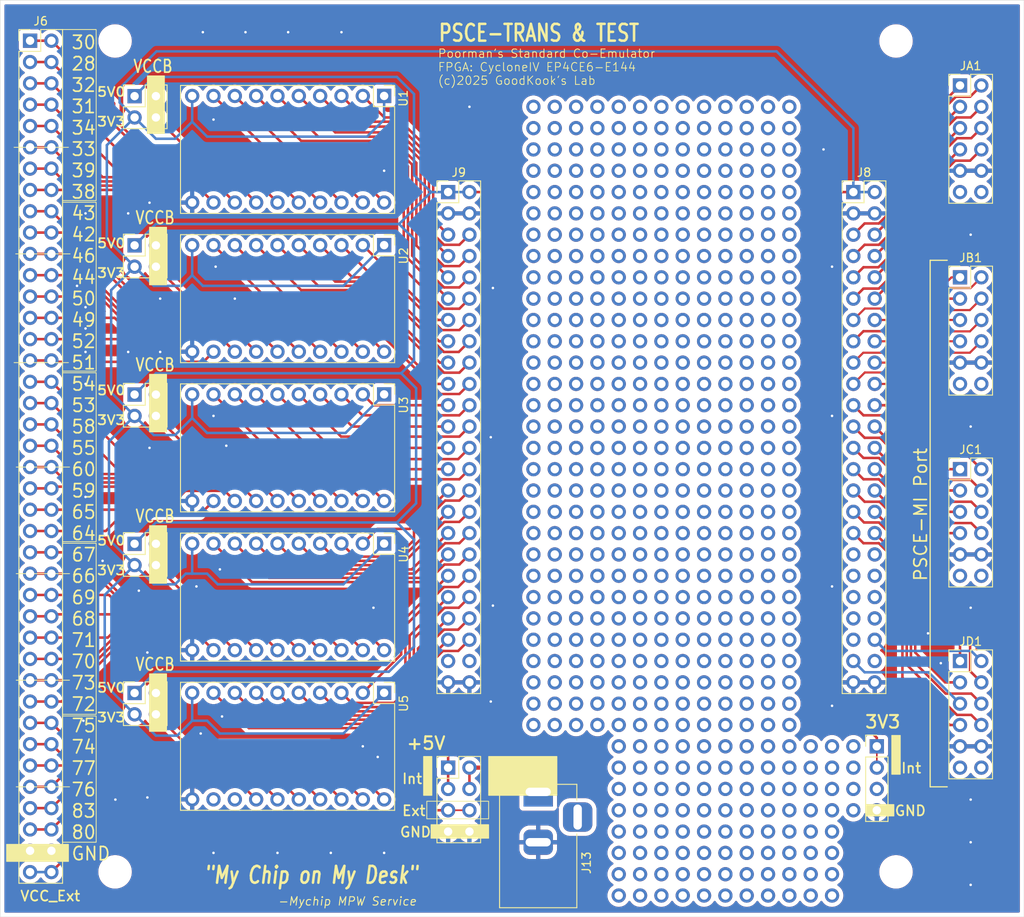
<source format=kicad_pcb>
(kicad_pcb (version 20241229) (generator "pcbnew") (generator_version "9.0")
  (layers (0 "F.Cu" signal) (2 "B.Cu" signal) (13 "F.Paste" user) (15 "B.Paste" user) (5 "F.SilkS" user "F.Silkscreen") (7 "B.SilkS" user "B.Silkscreen") (1 "F.Mask" user) (3 "B.Mask" user) (25 "Edge.Cuts" user))
  (net 0 "")
  (net 1 "Net-(J5-Pin_2)")
  (net 2 "/DUT30")
  (net 3 "+5V")
  (net 4 "/DUT29")
  (net 5 "/DUT3")
  (net 6 "/DUT9")
  (net 7 "/DUT4")
  (net 8 "/DUT11")
  (net 9 "/DUT23")
  (net 10 "/DUT25")
  (net 11 "/DUT34")
  (net 12 "GND")
  (net 13 "/DUT15")
  (net 14 "/DUT36")
  (net 15 "3V3")
  (net 16 "Net-(J1-Pin_2)")
  (net 17 "Net-(J2-Pin_2)")
  (net 18 "Net-(J3-Pin_2)")
  (net 19 "Net-(J4-Pin_2)")
  (net 20 "/DUT6")
  (net 21 "/IO33")
  (net 22 "/IO32")
  (net 23 "/DUT8")
  (net 24 "/DUT10")
  (net 25 "/DUT13")
  (net 26 "/IO38")
  (net 27 "/IO2")
  (net 28 "/IO3")
  (net 29 "/DUT17")
  (net 30 "/DUT12")
  (net 31 "/DUT33")
  (net 32 "/IO1")
  (net 33 "/DUT37")
  (net 34 "/IO30")
  (net 35 "/DUT20")
  (net 36 "/IO11")
  (net 37 "/IO10")
  (net 38 "/DUT28")
  (net 39 "/IO31")
  (net 40 "/DUT19")
  (net 41 "/DUT35")
  (net 42 "/DUT26")
  (net 43 "/IO28")
  (net 44 "/DUT5")
  (net 45 "/IO39")
  (net 46 "/DUT0")
  (net 47 "/IO34")
  (net 48 "/IO7")
  (net 49 "/DUT31")
  (net 50 "/DUT7")
  (net 51 "/DUT24")
  (net 52 "/DUT21")
  (net 53 "/DUT16")
  (net 54 "/DUT1")
  (net 55 "/DUT2")
  (net 56 "/DUT27")
  (net 57 "/DUT14")
  (net 58 "/DUT22")
  (net 59 "/DUT18")
  (net 60 "/DUT32")
  (net 61 "/IO110")
  (net 62 "/IO100")
  (net 63 "/IO101_nCE0")
  (net 64 "/IO144")
  (net 65 "/IO143")
  (net 66 "/IO106")
  (net 67 "/IO98")
  (net 68 "/IO104")
  (net 69 "/IO99")
  (net 70 "/IO103")
  (net 71 "/IO105")
  (net 72 "/IO59")
  (net 73 "/IO74")
  (net 74 "/IO46")
  (net 75 "/IO84")
  (net 76 "/IO44")
  (net 77 "/IO67")
  (net 78 "/IO72")
  (net 79 "/IO69")
  (net 80 "/IO49")
  (net 81 "/IO54")
  (net 82 "/IO76")
  (net 83 "/IO70")
  (net 84 "/IO86")
  (net 85 "/IO66")
  (net 86 "/IO43")
  (net 87 "/IO55")
  (net 88 "/IO60")
  (net 89 "/IO53")
  (net 90 "/IO75")
  (net 91 "/IO87")
  (net 92 "/IO42")
  (net 93 "/IO50")
  (net 94 "/IO64")
  (net 95 "/IO73")
  (net 96 "/IO71")
  (net 97 "/IO58")
  (net 98 "/IO52")
  (net 99 "/IO51")
  (net 100 "/IO65")
  (net 101 "/IO80")
  (net 102 "/IO77")
  (net 103 "/IO83")
  (net 104 "/IO68")
  (net 105 "/IO85")
  (net 113 "/CLK_DUT_24")
  (net 115 "/CLK_EMU_23")
  (net 116 "/DUT38")
  (net 117 "/DUT39")
  (net 118 "/DOUT_EMU2_136")
  (net 119 "/DOUT_EMU5_137")
  (net 120 "/GET_EMU_119")
  (net 121 "/IO_REQ_112")
  (net 122 "/DOUT_EMU6_135")
  (net 123 "/DIN_EMU7_120")
  (net 124 "/DIN_EMU6_124")
  (net 125 "/ADDR_EMU2_111")
  (net 126 "/DOUT_EMU3_133")
  (net 127 "/DIN_EMU4_128")
  (net 128 "/DOUT_EMU4_141")
  (net 129 "/DIN_EMU2_125")
  (net 130 "/I25_CLK")
  (net 131 "/DOUT_EMU1_138")
  (net 132 "/DIN_EMU5_126")
  (net 133 "/DIN_EMU1_127")
  (net 134 "/DIN_EMU0_129")
  (net 135 "/DOUT_EMU7_132")
  (net 136 "/DOUT_EMU0_142")
  (net 137 "/DIN_EMU3_121")
  (net 138 "/ADDR_EMU0_115")
  (net 139 "/ADDR_EMU1_114")
  (net 140 "/LOAD_EMU_113")
  (net 142 "Net-(J12-Pin_5)")
  (net 143 "Net-(J12-Pin_2)")
  (footprint "" (layer "F.Cu") (at 175.26 127)
    (property "Reference" "")
    (property "Value" "")
  )
  (footprint "" (layer "F.Cu") (at 162.56 129.54)
    (property "Reference" "")
    (property "Value" "")
  )
  (footprint "" (layer "F.Cu") (at 160.02 111.76)
    (property "Reference" "")
    (property "Value" "")
  )
  (footprint "" (layer "F.Cu") (at 170.18 104.14)
    (property "Reference" "")
    (property "Value" "")
  )
  (footprint "Connector_BarrelJack:BarrelJack_Horizontal" (layer "F.Cu") (at 147.8865 134.97 90)
    (property "Reference" "J13")
    (property "Value" "Barrel_Jack_Switch_MountingPin" (hide yes))
  )
  (footprint "" (layer "F.Cu") (at 165.1 76.2)
    (property "Reference" "")
    (property "Value" "")
  )
  (footprint "" (layer "F.Cu") (at 175.26 86.36)
    (property "Reference" "")
    (property "Value" "")
  )
  (footprint "" (layer "F.Cu") (at 177.8 73.66)
    (property "Reference" "")
    (property "Value" "")
  )
  (footprint "" (layer "F.Cu") (at 162.56 139.7)
    (property "Reference" "")
    (property "Value" "")
  )
  (footprint "" (layer "F.Cu") (at 149.86 71.12)
    (property "Reference" "")
    (property "Value" "")
  )
  (footprint "Connector_PinHeader_2.54mm:PinHeader_2x04_P2.54mm_Vertical" (layer "F.Cu") (at 137.16 132.08)
    (property "Reference" "J12" (hide yes))
    (property "Value" "Conn_02x04_Odd_Even" (hide yes))
  )
  (footprint "" (layer "F.Cu") (at 149.86 58.42)
    (property "Reference" "")
    (property "Value" "")
  )
  (footprint "" (layer "F.Cu") (at 175.26 60.96)
    (property "Reference" "")
    (property "Value" "")
  )
  (footprint "" (layer "F.Cu") (at 162.56 99.06)
    (property "Reference" "")
    (property "Value" "")
  )
  (footprint "" (layer "F.Cu") (at 182.88 137.16)
    (property "Reference" "")
    (property "Value" "")
  )
  (footprint "" (layer "F.Cu") (at 175.26 147.32)
    (property "Reference" "")
    (property "Value" "")
  )
  (footprint "Connector_PinHeader_2.54mm:PinHeader_2x02_P2.54mm_Vertical" (layer "F.Cu") (at 99.822 69.85)
    (property "Reference" "J2" (hide yes))
    (property "Value" "Conn_02x02_Odd_Even" (hide yes))
  )
  (footprint "" (layer "F.Cu") (at 160.02 81.28)
    (property "Reference" "")
    (property "Value" "")
  )
  (footprint "" (layer "F.Cu") (at 182.88 129.54)
    (property "Reference" "")
    (property "Value" "")
  )
  (footprint "" (layer "F.Cu") (at 170.18 101.6)
    (property "Reference" "")
    (property "Value" "")
  )
  (footprint "" (layer "F.Cu") (at 172.72 63.5)
    (property "Reference" "")
    (property "Value" "")
  )
  (footprint "" (layer "F.Cu") (at 152.4 104.14)
    (property "Reference" "")
    (property "Value" "")
  )
  (footprint "" (layer "F.Cu") (at 157.48 88.9)
    (property "Reference" "")
    (property "Value" "")
  )
  (footprint "" (layer "F.Cu") (at 175.26 129.54)
    (property "Reference" "")
    (property "Value" "")
  )
  (footprint "" (layer "F.Cu") (at 162.56 81.28)
    (property "Reference" "")
    (property "Value" "")
  )
  (footprint "" (layer "F.Cu") (at 172.72 76.2)
    (property "Reference" "")
    (property "Value" "")
  )
  (footprint "" (layer "F.Cu") (at 162.56 58.42)
    (property "Reference" "")
    (property "Value" "")
  )
  (footprint "" (layer "F.Cu") (at 152.4 55.88)
    (property "Reference" "")
    (property "Value" "")
  )
  (footprint "" (layer "F.Cu") (at 157.48 93.98)
    (property "Reference" "")
    (property "Value" "")
  )
  (footprint "" (layer "F.Cu") (at 182.88 142.24)
    (property "Reference" "")
    (property "Value" "")
  )
  (footprint "" (layer "F.Cu") (at 167.64 137.16)
    (property "Reference" "")
    (property "Value" "")
  )
  (footprint "" (layer "F.Cu") (at 154.94 53.34)
    (property "Reference" "")
    (property "Value" "")
  )
  (footprint "" (layer "F.Cu") (at 147.32 119.38)
    (property "Reference" "")
    (property "Value" "")
  )
  (footprint "" (layer "F.Cu") (at 175.26 137.16)
    (property "Reference" "")
    (property "Value" "")
  )
  (footprint "" (layer "F.Cu") (at 152.4 119.38)
    (property "Reference" "")
    (property "Value" "")
  )
  (footprint "" (layer "F.Cu") (at 160.02 60.96)
    (property "Reference" "")
    (property "Value" "")
  )
  (footprint "" (layer "F.Cu") (at 167.64 93.98)
    (property "Reference" "")
    (property "Value" "")
  )
  (footprint "" (layer "F.Cu") (at 167.64 68.58)
    (property "Reference" "")
    (property "Value" "")
  )
  (footprint "" (layer "F.Cu") (at 172.72 83.82)
    (property "Reference" "")
    (property "Value" "")
  )
  (footprint "" (layer "F.Cu") (at 160.02 121.92)
    (property "Reference" "")
    (property "Value" "")
  )
  (footprint "" (layer "F.Cu") (at 165.1 129.54)
    (property "Reference" "")
    (property "Value" "")
  )
  (footprint "" (layer "F.Cu") (at 175.26 78.74)
    (property "Reference" "")
    (property "Value" "")
  )
  (footprint "" (layer "F.Cu") (at 152.4 73.66)
    (property "Reference" "")
    (property "Value" "")
  )
  (footprint "" (layer "F.Cu") (at 162.56 114.3)
    (property "Reference" "")
    (property "Value" "")
  )
  (footprint "Connector_PinHeader_2.54mm:PinHeader_2x02_P2.54mm_Vertical" (layer "F.Cu") (at 99.822 105.41)
    (property "Reference" "J4" (hide yes))
    (property "Value" "Conn_02x02_Odd_Even" (hide yes))
  )
  (footprint "" (layer "F.Cu") (at 165.1 104.14)
    (property "Reference" "")
    (property "Value" "")
  )
  (footprint "" (layer "F.Cu") (at 165.1 55.88)
    (property "Reference" "")
    (property "Value" "")
  )
  (footprint "" (layer "F.Cu") (at 175.26 73.66)
    (property "Reference" "")
    (property "Value" "")
  )
  (footprint "" (layer "F.Cu") (at 160.02 106.68)
    (property "Reference" "")
    (property "Value" "")
  )
  (footprint "" (layer "F.Cu") (at 177.8 111.76)
    (property "Reference" "")
    (property "Value" "")
  )
  (footprint "" (layer "F.Cu") (at 167.64 53.34)
    (property "Reference" "")
    (property "Value" "")
  )
  (footprint "" (layer "F.Cu") (at 175.26 121.92)
    (property "Reference" "")
    (property "Value" "")
  )
  (footprint "" (layer "F.Cu") (at 162.56 116.84)
    (property "Reference" "")
    (property "Value" "")
  )
  (footprint "" (layer "F.Cu") (at 175.26 58.42)
    (property "Reference" "")
    (property "Value" "")
  )
  (footprint "" (layer "F.Cu") (at 154.94 127)
    (property "Reference" "")
    (property "Value" "")
  )
  (footprint "" (layer "F.Cu") (at 172.72 93.98)
    (property "Reference" "")
    (property "Value" "")
  )
  (footprint "" (layer "F.Cu") (at 147.32 127)
    (property "Reference" "")
    (property "Value" "")
  )
  (footprint "" (layer "F.Cu") (at 154.94 109.22)
    (property "Reference" "")
    (property "Value" "")
  )
  (footprint "" (layer "F.Cu") (at 170.18 132.08)
    (property "Reference" "")
    (property "Value" "")
  )
  (footprint "" (layer "F.Cu") (at 149.86 53.34)
    (property "Reference" "")
    (property "Value" "")
  )
  (footprint "" (layer "F.Cu") (at 157.48 119.38)
    (property "Reference" "")
    (property "Value" "")
  )
  (footprint "" (layer "F.Cu") (at 177.8 144.78)
    (property "Reference" "")
    (property "Value" "")
  )
  (footprint "" (layer "F.Cu") (at 162.56 88.9)
    (property "Reference" "")
    (property "Value" "")
  )
  (footprint "" (layer "F.Cu") (at 180.34 134.62)
    (property "Reference" "")
    (property "Value" "")
  )
  (footprint "" (layer "F.Cu") (at 175.26 55.88)
    (property "Reference" "")
    (property "Value" "")
  )
  (footprint "" (layer "F.Cu") (at 167.64 121.92)
    (property "Reference" "")
    (property "Value" "")
  )
  (footprint "Library:Level_Shifter_Module_HW-221" (layer "F.Cu") (at 129.54 52.045 -90)
    (property "Reference" "U1")
    (property "Value" "Level_Shifter_Module_HW-221" (hide yes))
  )
  (footprint "" (layer "F.Cu") (at 165.1 68.58)
    (property "Reference" "")
    (property "Value" "")
  )
  (footprint "" (layer "F.Cu") (at 149.86 106.68)
    (property "Reference" "")
    (property "Value" "")
  )
  (footprint "" (layer "F.Cu") (at 149.86 88.9)
    (property "Reference" "")
    (property "Value" "")
  )
  (footprint "" (layer "F.Cu") (at 165.1 73.66)
    (property "Reference" "")
    (property "Value" "")
  )
  (footprint "Library:Level_Shifter_Module_HW-221" (layer "F.Cu") (at 129.54 69.825 -90)
    (property "Reference" "U2")
    (property "Value" "Level_Shifter_Module_HW-221" (hide yes))
  )
  (footprint "" (layer "F.Cu") (at 157.48 124.46)
    (property "Reference" "")
    (property "Value" "")
  )
  (footprint "" (layer "F.Cu") (at 165.1 119.38)
    (property "Reference" "")
    (property "Value" "")
  )
  (footprint "" (layer "F.Cu") (at 154.94 76.2)
    (property "Reference" "")
    (property "Value" "")
  )
  (footprint "" (layer "F.Cu") (at 162.56 134.62)
    (property "Reference" "")
    (property "Value" "")
  )
  (footprint "" (layer "F.Cu") (at 154.94 93.98)
    (property "Reference" "")
    (property "Value" "")
  )
  (footprint "" (layer "F.Cu") (at 152.4 81.28)
    (property "Reference" "")
    (property "Value" "")
  )
  (footprint "Library:Level_Shifter_Module_HW-221" (layer "F.Cu") (at 129.54 123.165 -90)
    (property "Reference" "U5")
    (property "Value" "Level_Shifter_Module_HW-221" (hide yes))
  )
  (footprint "" (layer "F.Cu") (at 175.26 66.04)
    (property "Reference" "")
    (property "Value" "")
  )
  (footprint "" (layer "F.Cu") (at 177.8 114.3)
    (property "Reference" "")
    (property "Value" "")
  )
  (footprint "" (layer "F.Cu") (at 170.18 66.04)
    (property "Reference" "")
    (property "Value" "")
  )
  (footprint "" (layer "F.Cu") (at 167.64 124.46)
    (property "Reference" "")
    (property "Value" "")
  )
  (footprint "" (layer "F.Cu") (at 170.18 99.06)
    (property "Reference" "")
    (property "Value" "")
  )
  (footprint "" (layer "F.Cu") (at 152.4 68.58)
    (property "Reference" "")
    (property "Value" "")
  )
  (footprint "" (layer "F.Cu") (at 149.86 66.04)
    (property "Reference" "")
    (property "Value" "")
  )
  (footprint "" (layer "F.Cu") (at 152.4 88.9)
    (property "Reference" "")
    (property "Value" "")
  )
  (footprint "" (layer "F.Cu") (at 154.94 116.84)
    (property "Reference" "")
    (property "Value" "")
  )
  (footprint "" (layer "F.Cu") (at 160.02 71.12)
    (property "Reference" "")
    (property "Value" "")
  )
  (footprint "" (layer "F.Cu") (at 160.02 116.84)
    (property "Reference" "")
    (property "Value" "")
  )
  (footprint "" (layer "F.Cu") (at 160.02 88.9)
    (property "Reference" "")
    (property "Value" "")
  )
  (footprint "" (layer "F.Cu") (at 152.4 60.96)
    (property "Reference" "")
    (property "Value" "")
  )
  (footprint "" (layer "F.Cu") (at 157.48 71.12)
    (property "Reference" "")
    (property "Value" "")
  )
  (footprint "" (layer "F.Cu") (at 160.02 101.6)
    (property "Reference" "")
    (property "Value" "")
  )
  (footprint "" (layer "F.Cu") (at 157.48 101.6)
    (property "Reference" "")
    (property "Value" "")
  )
  (footprint "" (layer "F.Cu") (at 172.72 81.28)
    (property "Reference" "")
    (property "Value" "")
  )
  (footprint "" (layer "F.Cu") (at 160.02 55.88)
    (property "Reference" "")
    (property "Value" "")
  )
  (footprint "" (layer "F.Cu") (at 167.64 78.74)
    (property "Reference" "")
    (property "Value" "")
  )
  (footprint "" (layer "F.Cu") (at 185.42 132.08)
    (property "Reference" "")
    (property "Value" "")
  )
  (footprint "" (layer "F.Cu") (at 182.88 139.7)
    (property "Reference" "")
    (property "Value" "")
  )
  (footprint "" (layer "F.Cu") (at 149.86 60.96)
    (property "Reference" "")
    (property "Value" "")
  )
  (footprint "" (layer "F.Cu") (at 162.56 63.5)
    (property "Reference" "")
    (property "Value" "")
  )
  (footprint "" (layer "F.Cu") (at 177.8 76.2)
    (property "Reference" "")
    (property "Value" "")
  )
  (footprint "" (layer "F.Cu") (at 165.1 114.3)
    (property "Reference" "")
    (property "Value" "")
  )
  (footprint "" (layer "F.Cu") (at 165.1 124.46)
    (property "Reference" "")
    (property "Value" "")
  )
  (footprint "" (layer "F.Cu") (at 180.34 144.78)
    (property "Reference" "")
    (property "Value" "")
  )
  (footprint "" (layer "F.Cu") (at 180.34 142.24)
    (property "Reference" "")
    (property "Value" "")
  )
  (footprint "" (layer "F.Cu") (at 165.1 53.34)
    (property "Reference" "")
    (property "Value" "")
  )
  (footprint "" (layer "F.Cu") (at 152.4 124.46)
    (property "Reference" "")
    (property "Value" "")
  )
  (footprint "" (layer "F.Cu") (at 170.18 137.16)
    (property "Reference" "")
    (property "Value" "")
  )
  (footprint "" (layer "F.Cu") (at 147.32 93.98)
    (property "Reference" "")
    (property "Value" "")
  )
  (footprint "" (layer "F.Cu") (at 175.26 114.3)
    (property "Reference" "")
    (property "Value" "")
  )
  (footprint "" (layer "F.Cu") (at 167.64 55.88)
    (property "Reference" "")
    (property "Value" "")
  )
  (footprint "" (layer "F.Cu") (at 177.8 93.98)
    (property "Reference" "")
    (property "Value" "")
  )
  (footprint "" (layer "F.Cu") (at 172.72 86.36)
    (property "Reference" "")
    (property "Value" "")
  )
  (footprint "" (layer "F.Cu") (at 157.48 111.76)
    (property "Reference" "")
    (property "Value" "")
  )
  (footprint "" (layer "F.Cu") (at 177.8 116.84)
    (property "Reference" "")
    (property "Value" "")
  )
  (footprint "" (layer "F.Cu") (at 165.1 91.44)
    (property "Reference" "")
    (property "Value" "")
  )
  (footprint "" (layer "F.Cu") (at 177.8 121.92)
    (property "Reference" "")
    (property "Value" "")
  )
  (footprint "" (layer "F.Cu") (at 170.18 53.34)
    (property "Reference" "")
    (property "Value" "")
  )
  (footprint "" (layer "F.Cu") (at 157.48 96.52)
    (property "Reference" "")
    (property "Value" "")
  )
  (footprint "" (layer "F.Cu") (at 162.56 101.6)
    (property "Reference" "")
    (property "Value" "")
  )
  (footprint "" (layer "F.Cu") (at 160.02 93.98)
    (property "Reference" "")
    (property "Value" "")
  )
  (footprint "" (layer "F.Cu") (at 149.86 96.52)
    (property "Reference" "")
    (property "Value" "")
  )
  (footprint "" (layer "F.Cu") (at 167.64 58.42)
    (property "Reference" "")
    (property "Value" "")
  )
  (footprint "" (layer "F.Cu") (at 175.26 139.7)
    (property "Reference" "")
    (property "Value" "")
  )
  (footprint "" (layer "F.Cu") (at 147.32 78.74)
    (property "Reference" "")
    (property "Value" "")
  )
  (footprint "" (layer "F.Cu") (at 165.1 139.7)
    (property "Reference" "")
    (property "Value" "")
  )
  (footprint "" (layer "F.Cu") (at 162.56 127)
    (property "Reference" "")
    (property "Value" "")
  )
  (footprint "" (layer "F.Cu") (at 177.8 104.14)
    (property "Reference" "")
    (property "Value" "")
  )
  (footprint "" (layer "F.Cu") (at 162.56 83.82)
    (property "Reference" "")
    (property "Value" "")
  )
  (footprint "" (layer "F.Cu") (at 149.86 99.06)
    (property "Reference" "")
    (property "Value" "")
  )
  (footprint "" (layer "F.Cu") (at 162.56 53.34)
    (property "Reference" "")
    (property "Value" "")
  )
  (footprint "" (layer "F.Cu") (at 185.42 129.54)
    (property "Reference" "")
    (property "Value" "")
  )
  (footprint "" (layer "F.Cu") (at 157.48 58.42)
    (property "Reference" "")
    (property "Value" "")
  )
  (footprint "" (layer "F.Cu") (at 149.86 55.88)
    (property "Reference" "")
    (property "Value" "")
  )
  (footprint "" (layer "F.Cu") (at 170.18 68.58)
    (property "Reference" "")
    (property "Value" "")
  )
  (footprint "" (layer "F.Cu") (at 172.72 137.16)
    (property "Reference" "")
    (property "Value" "")
  )
  (footprint "" (layer "F.Cu") (at 154.94 106.68)
    (property "Reference" "")
    (property "Value" "")
  )
  (footprint "" (layer "F.Cu") (at 172.72 53.34)
    (property "Reference" "")
    (property "Value" "")
  )
  (footprint "" (layer "F.Cu") (at 147.32 109.22)
    (property "Reference" "")
    (property "Value" "")
  )
  (footprint "" (layer "F.Cu") (at 177.8 129.54)
    (property "Reference" "")
    (property "Value" "")
  )
  (footprint "" (layer "F.Cu") (at 170.18 76.2)
    (property "Reference" "")
    (property "Value" "")
  )
  (footprint "" (layer "F.Cu") (at 167.64 66.04)
    (property "Reference" "")
    (property "Value" "")
  )
  (footprint "" (layer "F.Cu") (at 170.18 73.66)
    (property "Reference" "")
    (property "Value" "")
  )
  (footprint "" (layer "F.Cu") (at 170.18 86.36)
    (property "Reference" "")
    (property "Value" "")
  )
  (footprint "" (layer "F.Cu") (at 175.26 101.6)
    (property "Reference" "")
    (property "Value" "")
  )
  (footprint "" (layer "F.Cu") (at 149.86 76.2)
    (property "Reference" "")
    (property "Value" "")
  )
  (footprint "" (layer "F.Cu") (at 147.32 63.5)
    (property "Reference" "")
    (property "Value" "")
  )
  (footprint "" (layer "F.Cu") (at 147.32 73.66)
    (property "Reference" "")
    (property "Value" "")
  )
  (footprint "" (layer "F.Cu") (at 175.26 144.78)
    (property "Reference" "")
    (property "Value" "")
  )
  (footprint "" (layer "F.Cu") (at 165.1 86.36)
    (property "Reference" "")
    (property "Value" "")
  )
  (footprint "" (layer "F.Cu") (at 160.02 137.16)
    (property "Reference" "")
    (property "Value" "")
  )
  (footprint "" (layer "F.Cu") (at 160.02 63.5)
    (property "Reference" "")
    (property "Value" "")
  )
  (footprint "" (layer "F.Cu") (at 165.1 142.24)
    (property "Reference" "")
    (property "Value" "")
  )
  (footprint "" (layer "F.Cu") (at 162.56 73.66)
    (property "Reference" "")
    (property "Value" "")
  )
  (footprint "" (layer "F.Cu") (at 160.02 132.08)
    (property "Reference" "")
    (property "Value" "")
  )
  (footprint "" (layer "F.Cu") (at 157.48 144.78)
    (property "Reference" "")
    (property "Value" "")
  )
  (footprint "" (layer "F.Cu") (at 160.02 68.58)
    (property "Reference" "")
    (property "Value" "")
  )
  (footprint "" (layer "F.Cu") (at 170.18 127)
    (property "Reference" "")
    (property "Value" "")
  )
  (footprint "" (layer "F.Cu") (at 160.02 139.7)
    (property "Reference" "")
    (property "Value" "")
  )
  (footprint "" (layer "F.Cu") (at 152.4 58.42)
    (property "Reference" "")
    (property "Value" "")
  )
  (footprint "" (layer "F.Cu") (at 177.8 60.96)
    (property "Reference" "")
    (property "Value" "")
  )
  (footprint "" (layer "F.Cu") (at 157.48 68.58)
    (property "Reference" "")
    (property "Value" "")
  )
  (footprint "" (layer "F.Cu") (at 177.8 53.34)
    (property "Reference" "")
    (property "Value" "")
  )
  (footprint "" (layer "F.Cu") (at 180.34 147.32)
    (property "Reference" "")
    (property "Value" "")
  )
  (footprint "" (layer "F.Cu") (at 152.4 109.22)
    (property "Reference" "")
    (property "Value" "")
  )
  (footprint "" (layer "F.Cu") (at 152.4 101.6)
    (property "Reference" "")
    (property "Value" "")
  )
  (footprint "" (layer "F.Cu") (at 147.32 101.6)
    (property "Reference" "")
    (property "Value" "")
  )
  (footprint "" (layer "F.Cu") (at 157.48 66.04)
    (property "Reference" "")
    (property "Value" "")
  )
  (footprint "" (layer "F.Cu") (at 180.34 132.08)
    (property "Reference" "")
    (property "Value" "")
  )
  (footprint "" (layer "F.Cu") (at 147.32 55.88)
    (property "Reference" "")
    (property "Value" "")
  )
  (footprint "" (layer "F.Cu") (at 175.26 91.44)
    (property "Reference" "")
    (property "Value" "")
  )
  (footprint "" (layer "F.Cu") (at 177.8 58.42)
    (property "Reference" "")
    (property "Value" "")
  )
  (footprint "" (layer "F.Cu") (at 175.26 134.62)
    (property "Reference" "")
    (property "Value" "")
  )
  (footprint "" (layer "F.Cu") (at 167.64 134.62)
    (property "Reference" "")
    (property "Value" "")
  )
  (footprint "" (layer "F.Cu") (at 167.64 96.52)
    (property "Reference" "")
    (property "Value" "")
  )
  (footprint "" (layer "F.Cu") (at 170.18 124.46)
    (property "Reference" "")
    (property "Value" "")
  )
  (footprint "" (layer "F.Cu") (at 170.18 114.3)
    (property "Reference" "")
    (property "Value" "")
  )
  (footprint "" (layer "F.Cu") (at 147.32 68.58)
    (property "Reference" "")
    (property "Value" "")
  )
  (footprint "" (layer "F.Cu") (at 154.94 78.74)
    (property "Reference" "")
    (property "Value" "")
  )
  (footprint "" (layer "F.Cu") (at 172.72 109.22)
    (property "Reference" "")
    (property "Value" "")
  )
  (footprint "" (layer "F.Cu") (at 147.32 121.92)
    (property "Reference" "")
    (property "Value" "")
  )
  (footprint "" (layer "F.Cu") (at 177.8 96.52)
    (property "Reference" "")
    (property "Value" "")
  )
  (footprint "" (layer "F.Cu") (at 175.26 81.28)
    (property "Reference" "")
    (property "Value" "")
  )
  (footprint "" (layer "F.Cu") (at 160.02 76.2)
    (property "Reference" "")
    (property "Value" "")
  )
  (footprint "" (layer "F.Cu") (at 165.1 81.28)
    (property "Reference" "")
    (property "Value" "")
  )
  (footprint "" (layer "F.Cu") (at 165.1 121.92)
    (property "Reference" "")
    (property "Value" "")
  )
  (footprint "" (layer "F.Cu") (at 154.94 66.04)
    (property "Reference" "")
    (property "Value" "")
  )
  (footprint "" (layer "F.Cu") (at 147.32 96.52)
    (property "Reference" "")
    (property "Value" "")
  )
  (footprint "" (layer "F.Cu") (at 175.26 76.2)
    (property "Reference" "")
    (property "Value" "")
  )
  (footprint "" (layer "F.Cu") (at 167.64 147.32)
    (property "Reference" "")
    (property "Value" "")
  )
  (footprint "" (layer "F.Cu") (at 149.86 121.92)
    (property "Reference" "")
    (property "Value" "")
  )
  (footprint "" (layer "F.Cu") (at 157.48 78.74)
    (property "Reference" "")
    (property "Value" "")
  )
  (footprint "" (layer "F.Cu") (at 152.4 121.92)
    (property "Reference" "")
    (property "Value" "")
  )
  (footprint "" (layer "F.Cu") (at 177.8 68.58)
    (property "Reference" "")
    (property "Value" "")
  )
  (footprint "" (layer "F.Cu") (at 175.26 116.84)
    (property "Reference" "")
    (property "Value" "")
  )
  (footprint "" (layer "F.Cu") (at 170.18 63.5)
    (property "Reference" "")
    (property "Value" "")
  )
  (footprint "" (layer "F.Cu") (at 157.48 109.22)
    (property "Reference" "")
    (property "Value" "")
  )
  (footprint "" (layer "F.Cu") (at 160.02 73.66)
    (property "Reference" "")
    (property "Value" "")
  )
  (footprint "" (layer "F.Cu") (at 175.26 68.58)
    (property "Reference" "")
    (property "Value" "")
  )
  (footprint "" (layer "F.Cu") (at 170.18 96.52)
    (property "Reference" "")
    (property "Value" "")
  )
  (footprint "" (layer "F.Cu") (at 149.86 116.84)
    (property "Reference" "")
    (property "Value" "")
  )
  (footprint "" (layer "F.Cu") (at 177.8 99.06)
    (property "Reference" "")
    (property "Value" "")
  )
  (footprint "" (layer "F.Cu") (at 152.4 76.2)
    (property "Reference" "")
    (property "Value" "")
  )
  (footprint "" (layer "F.Cu") (at 175.26 142.24)
    (property "Reference" "")
    (property "Value" "")
  )
  (footprint "" (layer "F.Cu") (at 149.86 83.82)
    (property "Reference" "")
    (property "Value" "")
  )
  (footprint "Connector_PinHeader_2.54mm:PinHeader_2x06_P2.54mm_Vertical" (layer "F.Cu") (at 198.12 50.8)
    (property "Reference" "JA1")
    (property "Value" "Conn_02x06_Odd_Even" (hide yes))
  )
  (footprint "" (layer "F.Cu") (at 177.8 139.7)
    (property "Reference" "")
    (property "Value" "")
  )
  (footprint "" (layer "F.Cu") (at 152.4 53.34)
    (property "Reference" "")
    (property "Value" "")
  )
  (footprint "" (layer "F.Cu") (at 167.64 106.68)
    (property "Reference" "")
    (property "Value" "")
  )
  (footprint "" (layer "F.Cu") (at 149.86 101.6)
    (property "Reference" "")
    (property "Value" "")
  )
  (footprint "" (layer "F.Cu") (at 170.18 121.92)
    (property "Reference" "")
    (property "Value" "")
  )
  (footprint "" (layer "F.Cu") (at 165.1 101.6)
    (property "Reference" "")
    (property "Value" "")
  )
  (footprint "" (layer "F.Cu") (at 177.8 91.44)
    (property "Reference" "")
    (property "Value" "")
  )
  (footprint "" (layer "F.Cu") (at 172.72 88.9)
    (property "Reference" "")
    (property "Value" "")
  )
  (footprint "" (layer "F.Cu") (at 185.42 137.16)
    (property "Reference" "")
    (property "Value" "")
  )
  (footprint "" (layer "F.Cu") (at 154.94 58.42)
    (property "Reference" "")
    (property "Value" "")
  )
  (footprint "" (layer "F.Cu") (at 160.02 127)
    (property "Reference" "")
    (property "Value" "")
  )
  (footprint "" (layer "F.Cu") (at 162.56 119.38)
    (property "Reference" "")
    (property "Value" "")
  )
  (footprint "" (layer "F.Cu") (at 165.1 66.04)
    (property "Reference" "")
    (property "Value" "")
  )
  (footprint "" (layer "F.Cu") (at 157.48 55.88)
    (property "Reference" "")
    (property "Value" "")
  )
  (footprint "" (layer "F.Cu") (at 167.64 71.12)
    (property "Reference" "")
    (property "Value" "")
  )
  (footprint "" (layer "F.Cu") (at 165.1 147.32)
    (property "Reference" "")
    (property "Value" "")
  )
  (footprint "" (layer "F.Cu") (at 177.8 142.24)
    (property "Reference" "")
    (property "Value" "")
  )
  (footprint "" (layer "F.Cu") (at 160.02 142.24)
    (property "Reference" "")
    (property "Value" "")
  )
  (footprint "" (layer "F.Cu") (at 147.32 91.44)
    (property "Reference" "")
    (property "Value" "")
  )
  (footprint "Connector_PinHeader_2.54mm:PinHeader_2x24_P2.54mm_Vertical" (layer "F.Cu") (at 185.42 63.5)
    (property "Reference" "J8")
    (property "Value" "EP4CE6_BD_Up" (hide yes))
  )
  (footprint "" (layer "F.Cu") (at 154.94 86.36)
    (property "Reference" "")
    (property "Value" "")
  )
  (footprint "" (layer "F.Cu") (at 175.26 93.98)
    (property "Reference" "")
    (property "Value" "")
  )
  (footprint "" (layer "F.Cu") (at 172.72 71.12)
    (property "Reference" "")
    (property "Value" "")
  )
  (footprint "" (layer "F.Cu") (at 152.4 106.68)
    (property "Reference" "")
    (property "Value" "")
  )
  (footprint "" (layer "F.Cu") (at 177.8 71.12)
    (property "Reference" "")
    (property "Value" "")
  )
  (footprint "" (layer "F.Cu") (at 157.48 121.92)
    (property "Reference" "")
    (property "Value" "")
  )
  (footprint "" (layer "F.Cu") (at 152.4 99.06)
    (property "Reference" "")
    (property "Value" "")
  )
  (footprint "" (layer "F.Cu") (at 172.72 111.76)
    (property "Reference" "")
    (property "Value" "")
  )
  (footprint "" (layer "F.Cu") (at 154.94 104.14)
    (property "Reference" "")
    (property "Value" "")
  )
  (footprint "" (layer "F.Cu") (at 160.02 99.06)
    (property "Reference" "")
    (property "Value" "")
  )
  (footprint "" (layer "F.Cu") (at 154.94 68.58)
    (property "Reference" "")
    (property "Value" "")
  )
  (footprint "" (layer "F.Cu") (at 177.8 81.28)
    (property "Reference" "")
    (property "Value" "")
  )
  (footprint "" (layer "F.Cu") (at 165.1 127)
    (property "Reference" "")
    (property "Value" "")
  )
  (footprint "" (layer "F.Cu") (at 160.02 114.3)
    (property "Reference" "")
    (property "Value" "")
  )
  (footprint "" (layer "F.Cu") (at 152.4 78.74)
    (property "Reference" "")
    (property "Value" "")
  )
  (footprint "" (layer "F.Cu") (at 172.72 116.84)
    (property "Reference" "")
    (property "Value" "")
  )
  (footprint "" (layer "F.Cu") (at 157.48 142.24)
    (property "Reference" "")
    (property "Value" "")
  )
  (footprint "" (layer "F.Cu") (at 154.94 101.6)
    (property "Reference" "")
    (property "Value" "")
  )
  (footprint "" (layer "F.Cu") (at 154.94 124.46)
    (property "Reference" "")
    (property "Value" "")
  )
  (footprint "" (layer "F.Cu") (at 160.02 83.82)
    (property "Reference" "")
    (property "Value" "")
  )
  (footprint "" (layer "F.Cu") (at 162.56 144.78)
    (property "Reference" "")
    (property "Value" "")
  )
  (footprint "" (layer "F.Cu") (at 170.18 71.12)
    (property "Reference" "")
    (property "Value" "")
  )
  (footprint "" (layer "F.Cu") (at 165.1 109.22)
    (property "Reference" "")
    (property "Value" "")
  )
  (footprint "" (layer "F.Cu") (at 175.26 53.34)
    (property "Reference" "")
    (property "Value" "")
  )
  (footprint "" (layer "F.Cu") (at 170.18 81.28)
    (property "Reference" "")
    (property "Value" "")
  )
  (footprint "" (layer "F.Cu") (at 160.02 119.38)
    (property "Reference" "")
    (property "Value" "")
  )
  (footprint "" (layer "F.Cu") (at 162.56 147.32)
    (property "Reference" "")
    (property "Value" "")
  )
  (footprint "" (layer "F.Cu") (at 147.32 83.82)
    (property "Reference" "")
    (property "Value" "")
  )
  (footprint "Library:Level_Shifter_Module_HW-221" (layer "F.Cu") (at 129.54 105.385 -90)
    (property "Reference" "U4")
    (property "Value" "Level_Shifter_Module_HW-221" (hide yes))
  )
  (footprint "" (layer "F.Cu") (at 154.94 111.76)
    (property "Reference" "")
    (property "Value" "")
  )
  (footprint "" (layer "F.Cu") (at 149.86 63.5)
    (property "Reference" "")
    (property "Value" "")
  )
  (footprint "" (layer "F.Cu") (at 157.48 134.62)
    (property "Reference" "")
    (property "Value" "")
  )
  (footprint "" (layer "F.Cu") (at 165.1 106.68)
    (property "Reference" "")
    (property "Value" "")
  )
  (footprint "" (layer "F.Cu") (at 160.02 86.36)
    (property "Reference" "")
    (property "Value" "")
  )
  (footprint "" (layer "F.Cu") (at 167.64 116.84)
    (property "Reference" "")
    (property "Value" "")
  )
  (footprint "" (layer "F.Cu") (at 165.1 116.84)
    (property "Reference" "")
    (property "Value" "")
  )
  (footprint "" (layer "F.Cu") (at 162.56 60.96)
    (property "Reference" "")
    (property "Value" "")
  )
  (footprint "" (layer "F.Cu") (at 162.56 76.2)
    (property "Reference" "")
    (property "Value" "")
  )
  (footprint "Connector_PinHeader_2.54mm:PinHeader_2x02_P2.54mm_Vertical" (layer "F.Cu") (at 99.822 52.07)
    (property "Reference" "J1" (hide yes))
    (property "Value" "Conn_02x02_Odd_Even" (hide yes))
  )
  (footprint "" (layer "F.Cu") (at 172.72 91.44)
    (property "Reference" "")
    (property "Value" "")
  )
  (footprint "" (layer "F.Cu") (at 149.86 81.28)
    (property "Reference" "")
    (property "Value" "")
  )
  (footprint "" (layer "F.Cu") (at 170.18 144.78)
    (property "Reference" "")
    (property "Value" "")
  )
  (footprint "" (layer "F.Cu") (at 147.32 106.68)
    (property "Reference" "")
    (property "Value" "")
  )
  (footprint "" (layer "F.Cu") (at 160.02 91.44)
    (property "Reference" "")
    (property "Value" "")
  )
  (footprint "Connector_PinHeader_2.54mm:PinHeader_1x04_P2.54mm_Vertical" (layer "F.Cu") (at 188.214 129.54)
    (property "Reference" "J10" (hide yes))
    (property "Value" "Conn_01x04" (hide yes))
  )
  (footprint "" (layer "F.Cu") (at 170.18 109.22)
    (property "Reference" "")
    (property "Value" "")
  )
  (footprint "" (layer "F.Cu") (at 160.02 96.52)
    (property "Reference" "")
    (property "Value" "")
  )
  (footprint "" (layer "F.Cu") (at 149.86 91.44)
    (property "Reference" "")
    (property "Value" "")
  )
  (footprint "" (layer "F.Cu") (at 172.72 119.38)
    (property "Reference" "")
    (property "Value" "")
  )
  (footprint "" (layer "F.Cu") (at 162.56 106.68)
    (property "Reference" "")
    (property "Value" "")
  )
  (footprint "" (layer "F.Cu") (at 172.72 134.62)
    (property "Reference" "")
    (property "Value" "")
  )
  (footprint "" (layer "F.Cu") (at 172.72 139.7)
    (property "Reference" "")
    (property "Value" "")
  )
  (footprint "" (layer "F.Cu") (at 160.02 109.22)
    (property "Reference" "")
    (property "Value" "")
  )
  (footprint "" (layer "F.Cu") (at 172.72 101.6)
    (property "Reference" "")
    (property "Value" "")
  )
  (footprint "" (layer "F.Cu") (at 154.94 88.9)
    (property "Reference" "")
    (property "Value" "")
  )
  (footprint "" (layer "F.Cu") (at 157.48 132.08)
    (property "Reference" "")
    (property "Value" "")
  )
  (footprint "" (layer "F.Cu") (at 162.56 66.04)
    (property "Reference" "")
    (property "Value" "")
  )
  (footprint "" (layer "F.Cu") (at 162.56 111.76)
    (property "Reference" "")
    (property "Value" "")
  )
  (footprint "" (layer "F.Cu") (at 154.94 55.88)
    (property "Reference" "")
    (property "Value" "")
  )
  (footprint "" (layer "F.Cu") (at 157.48 99.06)
    (property "Reference" "")
    (property "Value" "")
  )
  (footprint "" (layer "F.Cu") (at 162.56 86.36)
    (property "Reference" "")
    (property "Value" "")
  )
  (footprint "" (layer "F.Cu") (at 157.48 114.3)
    (property "Reference" "")
    (property "Value" "")
  )
  (footprint "" (layer "F.Cu") (at 154.94 63.5)
    (property "Reference" "")
    (property "Value" "")
  )
  (footprint "" (layer "F.Cu") (at 157.48 63.5)
    (property "Reference" "")
    (property "Value" "")
  )
  (footprint "" (layer "F.Cu") (at 149.86 93.98)
    (property "Reference" "")
    (property "Value" "")
  )
  (footprint "" (layer "F.Cu") (at 170.18 58.42)
    (property "Reference" "")
    (property "Value" "")
  )
  (footprint "" (layer "F.Cu") (at 162.56 142.24)
    (property "Reference" "")
    (property "Value" "")
  )
  (footprint "" (layer "F.Cu") (at 172.72 78.74)
    (property "Reference" "")
    (property "Value" "")
  )
  (footprint "" (layer "F.Cu") (at 177.8 55.88)
    (property "Reference" "")
    (property "Value" "")
  )
  (footprint "" (layer "F.Cu") (at 167.64 104.14)
    (property "Reference" "")
    (property "Value" "")
  )
  (footprint "" (layer "F.Cu") (at 165.1 88.9)
    (property "Reference" "")
    (property "Value" "")
  )
  (footprint "" (layer "F.Cu") (at 175.26 63.5)
    (property "Reference" "")
    (property "Value" "")
  )
  (footprint "Connector_PinHeader_2.54mm:PinHeader_2x06_P2.54mm_Vertical" (layer "F.Cu") (at 198.12 96.52)
    (property "Reference" "JC1")
    (property "Value" "Conn_02x06_Odd_Even" (hide yes))
  )
  (footprint "" (layer "F.Cu") (at 170.18 119.38)
    (property "Reference" "")
    (property "Value" "")
  )
  (footprint "" (layer "F.Cu") (at 157.48 127)
    (property "Reference" "")
    (property "Value" "")
  )
  (footprint "" (layer "F.Cu") (at 177.8 132.08)
    (property "Reference" "")
    (property "Value" "")
  )
  (footprint "" (layer "F.Cu") (at 162.56 55.88)
    (property "Reference" "")
    (property "Value" "")
  )
  (footprint "" (layer "F.Cu") (at 152.4 91.44)
    (property "Reference" "")
    (property "Value" "")
  )
  (footprint "" (layer "F.Cu") (at 180.34 137.16)
    (property "Reference" "")
    (property "Value" "")
  )
  (footprint "" (layer "F.Cu") (at 170.18 147.32)
    (property "Reference" "")
    (property "Value" "")
  )
  (footprint "" (layer "F.Cu") (at 154.94 91.44)
    (property "Reference" "")
    (property "Value" "")
  )
  (footprint "" (layer "F.Cu") (at 167.64 99.06)
    (property "Reference" "")
    (property "Value" "")
  )
  (footprint "" (layer "F.Cu") (at 177.8 119.38)
    (property "Reference" "")
    (property "Value" "")
  )
  (footprint "" (layer "F.Cu") (at 147.32 58.42)
    (property "Reference" "")
    (property "Value" "")
  )
  (footprint "" (layer "F.Cu") (at 177.8 83.82)
    (property "Reference" "")
    (property "Value" "")
  )
  (footprint "" (layer "F.Cu") (at 162.56 91.44)
    (property "Reference" "")
    (property "Value" "")
  )
  (footprint "" (layer "F.Cu") (at 154.94 81.28)
    (property "Reference" "")
    (property "Value" "")
  )
  (footprint "" (layer "F.Cu") (at 149.86 111.76)
    (property "Reference" "")
    (property "Value" "")
  )
  (footprint "" (layer "F.Cu") (at 162.56 137.16)
    (property "Reference" "")
    (property "Value" "")
  )
  (footprint "" (layer "F.Cu") (at 157.48 139.7)
    (property "Reference" "")
    (property "Value" "")
  )
  (footprint "" (layer "F.Cu") (at 149.86 124.46)
    (property "Reference" "")
    (property "Value" "")
  )
  (footprint "" (layer "F.Cu") (at 154.94 83.82)
    (property "Reference" "")
    (property "Value" "")
  )
  (footprint "" (layer "F.Cu") (at 160.02 144.78)
    (property "Reference" "")
    (property "Value" "")
  )
  (footprint "" (layer "F.Cu") (at 165.1 60.96)
    (property "Reference" "")
    (property "Value" "")
  )
  (footprint "" (layer "F.Cu") (at 147.32 53.34)
    (property "Reference" "")
    (property "Value" "")
  )
  (footprint "" (layer "F.Cu") (at 182.88 144.78)
    (property "Reference" "")
    (property "Value" "")
  )
  (footprint "" (layer "F.Cu") (at 167.64 109.22)
    (property "Reference" "")
    (property "Value" "")
  )
  (footprint "" (layer "F.Cu") (at 167.64 129.54)
    (property "Reference" "")
    (property "Value" "")
  )
  (footprint "Connector_PinHeader_2.54mm:PinHeader_2x02_P2.54mm_Vertical" (layer "F.Cu") (at 99.822 87.63)
    (property "Reference" "J3" (hide yes))
    (property "Value" "Conn_02x02_Odd_Even" (hide yes))
  )
  (footprint "" (layer "F.Cu") (at 175.26 111.76)
    (property "Reference" "")
    (property "Value" "")
  )
  (footprint "" (layer "F.Cu") (at 172.72 142.24)
    (property "Reference" "")
    (property "Value" "")
  )
  (footprint "" (layer "F.Cu") (at 152.4 96.52)
    (property "Reference" "")
    (property "Value" "")
  )
  (footprint "" (layer "F.Cu") (at 160.02 66.04)
    (property "Reference" "")
    (property "Value" "")
  )
  (footprint "" (layer "F.Cu") (at 175.26 119.38)
    (property "Reference" "")
    (property "Value" "")
  )
  (footprint "" (layer "F.Cu") (at 177.8 134.62)
    (property "Reference" "")
    (property "Value" "")
  )
  (footprint "" (layer "F.Cu") (at 180.34 139.7)
    (property "Reference" "")
    (property "Value" "")
  )
  (footprint "" (layer "F.Cu") (at 185.42 134.62)
    (property "Reference" "")
    (property "Value" "")
  )
  (footprint "" (layer "F.Cu") (at 175.26 83.82)
    (property "Reference" "")
    (property "Value" "")
  )
  (footprint "" (layer "F.Cu") (at 177.8 63.5)
    (property "Reference" "")
    (property "Value" "")
  )
  (footprint "" (layer "F.Cu") (at 160.02 104.14)
    (property "Reference" "")
    (property "Value" "")
  )
  (footprint "" (layer "F.Cu") (at 172.72 147.32)
    (property "Reference" "")
    (property "Value" "")
  )
  (footprint "Connector_PinHeader_2.54mm:PinHeader_2x06_P2.54mm_Vertical" (layer "F.Cu") (at 198.12 119.38)
    (property "Reference" "JD1")
    (property "Value" "Conn_02x06_Odd_Even" (hide yes))
  )
  (footprint "" (layer "F.Cu") (at 172.72 60.96)
    (property "Reference" "")
    (property "Value" "")
  )
  (footprint "" (layer "F.Cu") (at 162.56 124.46)
    (property "Reference" "")
    (property "Value" "")
  )
  (footprint "" (layer "F.Cu") (at 149.86 104.14)
    (property "Reference" "")
    (property "Value" "")
  )
  (footprint "" (layer "F.Cu") (at 165.1 71.12)
    (property "Reference" "")
    (property "Value" "")
  )
  (footprint "" (layer "F.Cu") (at 172.72 127)
    (property "Reference" "")
    (property "Value" "")
  )
  (footprint "" (layer "F.Cu") (at 172.72 96.52)
    (property "Reference" "")
    (property "Value" "")
  )
  (footprint "" (layer "F.Cu") (at 154.94 119.38)
    (property "Reference" "")
    (property "Value" "")
  )
  (footprint "" (layer "F.Cu") (at 172.72 68.58)
    (property "Reference" "")
    (property "Value" "")
  )
  (footprint "" (layer "F.Cu") (at 149.86 78.74)
    (property "Reference" "")
    (property "Value" "")
  )
  (footprint "" (layer "F.Cu") (at 170.18 134.62)
    (property "Reference" "")
    (property "Value" "")
  )
  (footprint "" (layer "F.Cu") (at 147.32 86.36)
    (property "Reference" "")
    (property "Value" "")
  )
  (footprint "" (layer "F.Cu") (at 167.64 142.24)
    (property "Reference" "")
    (property "Value" "")
  )
  (footprint "" (layer "F.Cu") (at 157.48 53.34)
    (property "Reference" "")
    (property "Value" "")
  )
  (footprint "" (layer "F.Cu") (at 147.32 88.9)
    (property "Reference" "")
    (property "Value" "")
  )
  (footprint "" (layer "F.Cu") (at 167.64 88.9)
    (property "Reference" "")
    (property "Value" "")
  )
  (footprint "" (layer "F.Cu") (at 167.64 139.7)
    (property "Reference" "")
    (property "Value" "")
  )
  (footprint "" (layer "F.Cu") (at 157.48 106.68)
    (property "Reference" "")
    (property "Value" "")
  )
  (footprint "" (layer "F.Cu") (at 162.56 78.74)
    (property "Reference" "")
    (property "Value" "")
  )
  (footprint "" (layer "F.Cu") (at 172.72 114.3)
    (property "Reference" "")
    (property "Value" "")
  )
  (footprint "" (layer "F.Cu") (at 157.48 147.32)
    (property "Reference" "")
    (property "Value" "")
  )
  (footprint "" (layer "F.Cu") (at 157.48 116.84)
    (property "Reference" "")
    (property "Value" "")
  )
  (footprint "" (layer "F.Cu") (at 175.26 88.9)
    (property "Reference" "")
    (property "Value" "")
  )
  (footprint "" (layer "F.Cu") (at 157.48 76.2)
    (property "Reference" "")
    (property "Value" "")
  )
  (footprint "" (layer "F.Cu") (at 149.86 114.3)
    (property "Reference" "")
    (property "Value" "")
  )
  (footprint "" (layer "F.Cu") (at 172.72 73.66)
    (property "Reference" "")
    (property "Value" "")
  )
  (footprint "Library:Level_Shifter_Module_HW-221" (layer "F.Cu") (at 129.54 87.605 -90)
    (property "Reference" "U3")
    (property "Value" "Level_Shifter_Module_HW-221" (hide yes))
  )
  (footprint "" (layer "F.Cu") (at 172.72 132.08)
    (property "Reference" "")
    (property "Value" "")
  )
  (footprint "" (layer "F.Cu") (at 177.8 127)
    (property "Reference" "")
    (property "Value" "")
  )
  (footprint "" (layer "F.Cu") (at 160.02 58.42)
    (property "Reference" "")
    (property "Value" "")
  )
  (footprint "" (layer "F.Cu") (at 149.86 109.22)
    (property "Reference" "")
    (property "Value" "")
  )
  (footprint "" (layer "F.Cu") (at 170.18 106.68)
    (property "Reference" "")
    (property "Value" "")
  )
  (footprint "" (layer "F.Cu") (at 177.8 137.16)
    (property "Reference" "")
    (property "Value" "")
  )
  (footprint "" (layer "F.Cu") (at 170.18 88.9)
    (property "Reference" "")
    (property "Value" "")
  )
  (footprint "" (layer "F.Cu") (at 167.64 127)
    (property "Reference" "")
    (property "Value" "")
  )
  (footprint "" (layer "F.Cu") (at 182.88 134.62)
    (property "Reference" "")
    (property "Value" "")
  )
  (footprint "" (layer "F.Cu") (at 175.26 132.08)
    (property "Reference" "")
    (property "Value" "")
  )
  (footprint "" (layer "F.Cu") (at 175.26 124.46)
    (property "Reference" "")
    (property "Value" "")
  )
  (footprint "" (layer "F.Cu") (at 162.56 121.92)
    (property "Reference" "")
    (property "Value" "")
  )
  (footprint "" (layer "F.Cu") (at 149.86 127)
    (property "Reference" "")
    (property "Value" "")
  )
  (footprint "" (layer "F.Cu") (at 162.56 71.12)
    (property "Reference" "")
    (property "Value" "")
  )
  (footprint "" (layer "F.Cu") (at 147.32 124.46)
    (property "Reference" "")
    (property "Value" "")
  )
  (footprint "" (layer "F.Cu") (at 157.48 91.44)
    (property "Reference" "")
    (property "Value" "")
  )
  (footprint "" (layer "F.Cu") (at 147.32 76.2)
    (property "Reference" "")
    (property "Value" "")
  )
  (footprint "" (layer "F.Cu") (at 167.64 76.2)
    (property "Reference" "")
    (property "Value" "")
  )
  (footprint "" (layer "F.Cu") (at 152.4 93.98)
    (property "Reference" "")
    (property "Value" "")
  )
  (footprint "" (layer "F.Cu") (at 147.32 60.96)
    (property "Reference" "")
    (property "Value" "")
  )
  (footprint "" (layer "F.Cu") (at 152.4 63.5)
    (property "Reference" "")
    (property "Value" "")
  )
  (footprint "" (layer "F.Cu") (at 170.18 55.88)
    (property "Reference" "")
    (property "Value" "")
  )
  (footprint "" (layer "F.Cu") (at 154.94 121.92)
    (property "Reference" "")
    (property "Value" "")
  )
  (footprint "" (layer "F.Cu") (at 157.48 129.54)
    (property "Reference" "")
    (property "Value" "")
  )
  (footprint "" (layer "F.Cu") (at 165.1 83.82)
    (property "Reference" "")
    (property "Value" "")
  )
  (footprint "" (layer "F.Cu") (at 170.18 60.96)
    (property "Reference" "")
    (property "Value" "")
  )
  (footprint "" (layer "F.Cu") (at 170.18 78.74)
    (property "Reference" "")
    (property "Value" "")
  )
  (footprint "" (layer "F.Cu") (at 152.4 127)
    (property "Reference" "")
    (property "Value" "")
  )
  (footprint "" (layer "F.Cu") (at 172.72 58.42)
    (property "Reference" "")
    (property "Value" "")
  )
  (footprint "" (layer "F.Cu") (at 172.72 55.88)
    (property "Reference" "")
    (property "Value" "")
  )
  (footprint "" (layer "F.Cu") (at 165.1 137.16)
    (property "Reference" "")
    (property "Value" "")
  )
  (footprint "" (layer "F.Cu") (at 162.56 104.14)
    (property "Reference" "")
    (property "Value" "")
  )
  (footprint "" (layer "F.Cu") (at 175.26 96.52)
    (property "Reference" "")
    (property "Value" "")
  )
  (footprint "" (layer "F.Cu") (at 177.8 124.46)
    (property "Reference" "")
    (property "Value" "")
  )
  (footprint "" (layer "F.Cu") (at 167.64 111.76)
    (property "Reference" "")
    (property "Value" "")
  )
  (footprint "" (layer "F.Cu") (at 167.64 73.66)
    (property "Reference" "")
    (property "Value" "")
  )
  (footprint "" (layer "F.Cu") (at 165.1 99.06)
    (property "Reference" "")
    (property "Value" "")
  )
  (footprint "" (layer "F.Cu") (at 177.8 109.22)
    (property "Reference" "")
    (property "Value" "")
  )
  (footprint "" (layer "F.Cu") (at 170.18 139.7)
    (property "Reference" "")
    (property "Value" "")
  )
  (footprint "" (layer "F.Cu") (at 165.1 63.5)
    (property "Reference" "")
    (property "Value" "")
  )
  (footprint "" (layer "F.Cu") (at 175.26 109.22)
    (property "Reference" "")
    (property "Value" "")
  )
  (footprint "" (layer "F.Cu") (at 147.32 111.76)
    (property "Reference" "")
    (property "Value" "")
  )
  (footprint "" (layer "F.Cu") (at 177.8 78.74)
    (property "Reference" "")
    (property "Value" "")
  )
  (footprint "" (layer "F.Cu") (at 172.72 99.06)
    (property "Reference" "")
    (property "Value" "")
  )
  (footprint "" (layer "F.Cu") (at 154.94 114.3)
    (property "Reference" "")
    (property "Value" "")
  )
  (footprint "" (layer "F.Cu") (at 147.32 99.06)
    (property "Reference" "")
    (property "Value" "")
  )
  (footprint "" (layer "F.Cu") (at 160.02 78.74)
    (property "Reference" "")
    (property "Value" "")
  )
  (footprint "" (layer "F.Cu") (at 172.72 106.68)
    (property "Reference" "")
    (property "Value" "")
  )
  (footprint "" (layer "F.Cu") (at 157.48 137.16)
    (property "Reference" "")
    (property "Value" "")
  )
  (footprint "" (layer "F.Cu") (at 170.18 93.98)
    (property "Reference" "")
    (property "Value" "")
  )
  (footprint "" (layer "F.Cu") (at 157.48 86.36)
    (property "Reference" "")
    (property "Value" "")
  )
  (footprint "" (layer "F.Cu") (at 172.72 144.78)
    (property "Reference" "")
    (property "Value" "")
  )
  (footprint "" (layer "F.Cu") (at 162.56 68.58)
    (property "Reference" "")
    (property "Value" "")
  )
  (footprint "" (layer "F.Cu") (at 154.94 71.12)
    (property "Reference" "")
    (property "Value" "")
  )
  (footprint "" (layer "F.Cu") (at 177.8 147.32)
    (property "Reference" "")
    (property "Value" "")
  )
  (footprint "Connector_PinHeader_2.54mm:PinHeader_2x02_P2.54mm_Vertical" (layer "F.Cu") (at 99.822 123.19)
    (property "Reference" "J5" (hide yes))
    (property "Value" "Conn_02x02_Odd_Even" (hide yes))
  )
  (footprint "" (layer "F.Cu") (at 167.64 83.82)
    (property "Reference" "")
    (property "Value" "")
  )
  (footprint "" (layer "F.Cu") (at 170.18 142.24)
    (property "Reference" "")
    (property "Value" "")
  )
  (footprint "" (layer "F.Cu") (at 160.02 134.62)
    (property "Reference" "")
    (property "Value" "")
  )
  (footprint "" (layer "F.Cu") (at 172.72 129.54)
    (property "Reference" "")
    (property "Value" "")
  )
  (footprint "" (layer "F.Cu") (at 152.4 111.76)
    (property "Reference" "")
    (property "Value" "")
  )
  (footprint "" (layer "F.Cu") (at 167.64 86.36)
    (property "Reference" "")
    (property "Value" "")
  )
  (footprint "" (layer "F.Cu") (at 175.26 104.14)
    (property "Reference" "")
    (property "Value" "")
  )
  (footprint "" (layer "F.Cu") (at 165.1 78.74)
    (property "Reference" "")
    (property "Value" "")
  )
  (footprint "" (layer "F.Cu") (at 165.1 144.78)
    (property "Reference" "")
    (property "Value" "")
  )
  (footprint "" (layer "F.Cu") (at 149.86 119.38)
    (property "Reference" "")
    (property "Value" "")
  )
  (footprint "" (layer "F.Cu") (at 165.1 96.52)
    (property "Reference" "")
    (property "Value" "")
  )
  (footprint "" (layer "F.Cu") (at 177.8 86.36)
    (property "Reference" "")
    (property "Value" "")
  )
  (footprint "" (layer "F.Cu") (at 152.4 83.82)
    (property "Reference" "")
    (property "Value" "")
  )
  (footprint "" (layer "F.Cu") (at 165.1 93.98)
    (property "Reference" "")
    (property "Value" "")
  )
  (footprint "" (layer "F.Cu") (at 170.18 116.84)
    (property "Reference" "")
    (property "Value" "")
  )
  (footprint "" (layer "F.Cu") (at 165.1 58.42)
    (property "Reference" "")
    (property "Value" "")
  )
  (footprint "" (layer "F.Cu") (at 177.8 101.6)
    (property "Reference" "")
    (property "Value" "")
  )
  (footprint "" (layer "F.Cu") (at 154.94 60.96)
    (property "Reference" "")
    (property "Value" "")
  )
  (footprint "" (layer "F.Cu") (at 170.18 111.76)
    (property "Reference" "")
    (property "Value" "")
  )
  (footprint "" (layer "F.Cu") (at 180.34 129.54)
    (property "Reference" "")
    (property "Value" "")
  )
  (footprint "" (layer "F.Cu") (at 157.48 60.96)
    (property "Reference" "")
    (property "Value" "")
  )
  (footprint "" (layer "F.Cu") (at 175.26 106.68)
    (property "Reference" "")
    (property "Value" "")
  )
  (footprint "" (layer "F.Cu") (at 149.86 73.66)
    (property "Reference" "")
    (property "Value" "")
  )
  (footprint "" (layer "F.Cu") (at 167.64 114.3)
    (property "Reference" "")
    (property "Value" "")
  )
  (footprint "" (layer "F.Cu") (at 165.1 132.08)
    (property "Reference" "")
    (property "Value" "")
  )
  (footprint "" (layer "F.Cu") (at 167.64 60.96)
    (property "Reference" "")
    (property "Value" "")
  )
  (footprint "" (layer "F.Cu") (at 157.48 104.14)
    (property "Reference" "")
    (property "Value" "")
  )
  (footprint "MountingHole:MountingHole_3.5mm" (layer "F.Cu") (at 97.5 144.5)
    (property "Reference" "H3" (hide yes))
    (property "Value" "MountingHole" (hide yes))
  )
  (footprint "" (layer "F.Cu") (at 165.1 134.62)
    (property "Reference" "")
    (property "Value" "")
  )
  (footprint "" (layer "F.Cu") (at 152.4 114.3)
    (property "Reference" "")
    (property "Value" "")
  )
  (footprint "" (layer "F.Cu") (at 152.4 116.84)
    (property "Reference" "")
    (property "Value" "")
  )
  (footprint "MountingHole:MountingHole_3.5mm" (layer "F.Cu") (at 190.5 144.5)
    (property "Reference" "H4" (hide yes))
    (property "Value" "MountingHole" (hide yes))
  )
  (footprint "Connector_PinHeader_2.54mm:PinHeader_2x06_P2.54mm_Vertical" (layer "F.Cu") (at 198.12 73.66)
    (property "Reference" "JB1")
    (property "Value" "Conn_02x06_Odd_Even" (hide yes))
  )
  (footprint "" (layer "F.Cu") (at 167.64 101.6)
    (property "Reference" "")
    (property "Value" "")
  )
  (footprint "" (layer "F.Cu") (at 152.4 66.04)
    (property "Reference" "")
    (property "Value" "")
  )
  (footprint "" (layer "F.Cu") (at 162.56 96.52)
    (property "Reference" "")
    (property "Value" "")
  )
  (footprint "" (layer "F.Cu") (at 170.18 83.82)
    (property "Reference" "")
    (property "Value" "")
  )
  (footprint "" (layer "F.Cu") (at 160.02 129.54)
    (property "Reference" "")
    (property "Value" "")
  )
  (footprint "" (layer "F.Cu") (at 154.94 96.52)
    (property "Reference" "")
    (property "Value" "")
  )
  (footprint "" (layer "F.Cu") (at 147.32 71.12)
    (property "Reference" "")
    (property "Value" "")
  )
  (footprint "" (layer "F.Cu") (at 162.56 132.08)
    (property "Reference" "")
    (property "Value" "")
  )
  (footprint "MountingHole:MountingHole_3.5mm" (layer "F.Cu") (at 190.5 45.5)
    (property "Reference" "H2" (hide yes))
    (property "Value" "MountingHole" (hide yes))
  )
  (footprint "" (layer "F.Cu") (at 147.32 81.28)
    (property "Reference" "")
    (property "Value" "")
  )
  (footprint "" (layer "F.Cu") (at 182.88 132.08)
    (property "Reference" "")
    (property "Value" "")
  )
  (footprint "" (layer "F.Cu") (at 165.1 111.76)
    (property "Reference" "")
    (property "Value" "")
  )
  (footprint "" (layer "F.Cu") (at 177.8 106.68)
    (property "Reference" "")
    (property "Value" "")
  )
  (footprint "" (layer "F.Cu") (at 160.02 147.32)
    (property "Reference" "")
    (property "Value" "")
  )
  (footprint "" (layer "F.Cu") (at 172.72 124.46)
    (property "Reference" "")
    (property "Value" "")
  )
  (footprint "" (layer "F.Cu") (at 167.64 144.78)
    (property "Reference" "")
    (property "Value" "")
  )
  (footprint "" (layer "F.Cu") (at 157.48 81.28)
    (property "Reference" "")
    (property "Value" "")
  )
  (footprint "Connector_PinHeader_2.54mm:PinHeader_2x24_P2.54mm_Vertical" (layer "F.Cu") (at 137.16 63.5)
    (property "Reference" "J9")
    (property "Value" "EP4CE6_BD_Dn" (hide yes))
  )
  (footprint "" (layer "F.Cu") (at 175.26 71.12)
    (property "Reference" "")
    (property "Value" "")
  )
  (footprint "" (layer "F.Cu") (at 167.64 119.38)
    (property "Reference" "")
    (property "Value" "")
  )
  (footprint "" (layer "F.Cu") (at 157.48 83.82)
    (property "Reference" "")
    (property "Value" "")
  )
  (footprint "" (layer "F.Cu") (at 152.4 71.12)
    (property "Reference" "")
    (property "Value" "")
  )
  (footprint "" (layer "F.Cu") (at 172.72 66.04)
    (property "Reference" "")
    (property "Value" "")
  )
  (footprint "" (layer "F.Cu") (at 154.94 99.06)
    (property "Reference" "")
    (property "Value" "")
  )
  (footprint "" (layer "F.Cu") (at 147.32 114.3)
    (property "Reference" "")
    (property "Value" "")
  )
  (footprint "" (layer "F.Cu") (at 177.8 66.04)
    (property "Reference" "")
    (property "Value" "")
  )
  (footprint "" (layer "F.Cu") (at 162.56 93.98)
    (property "Reference" "")
    (property "Value" "")
  )
  (footprint "" (layer "F.Cu") (at 160.02 53.34)
    (property "Reference" "")
    (property "Value" "")
  )
  (footprint "" (layer "F.Cu") (at 172.72 121.92)
    (property "Reference" "")
    (property "Value" "")
  )
  (footprint "" (layer "F.Cu") (at 157.48 73.66)
    (property "Reference" "")
    (property "Value" "")
  )
  (footprint "" (layer "F.Cu") (at 175.26 99.06)
    (property "Reference" "")
    (property "Value" "")
  )
  (footprint "MountingHole:MountingHole_3.5mm" (layer "F.Cu") (at 97.5 45.5)
    (property "Reference" "H1" (hide yes))
    (property "Value" "MountingHole" (hide yes))
  )
  (footprint "" (layer "F.Cu") (at 177.8 88.9)
    (property "Reference" "")
    (property "Value" "")
  )
  (footprint "" (layer "F.Cu") (at 167.64 81.28)
    (property "Reference" "")
    (property "Value" "")
  )
  (footprint "" (layer "F.Cu") (at 149.86 68.58)
    (property "Reference" "")
    (property "Value" "")
  )
  (footprint "" (layer "F.Cu") (at 152.4 86.36)
    (property "Reference" "")
    (property "Value" "")
  )
  (footprint "" (layer "F.Cu") (at 170.18 129.54)
    (property "Reference" "")
    (property "Value" "")
  )
  (footprint "" (layer "F.Cu") (at 170.18 91.44)
    (property "Reference" "")
    (property "Value" "")
  )
  (footprint "" (layer "F.Cu") (at 172.72 104.14)
    (property "Reference" "")
    (property "Value" "")
  )
  (footprint "" (layer "F.Cu") (at 167.64 91.44)
    (property "Reference" "")
    (property "Value" "")
  )
  (footprint "" (layer "F.Cu") (at 182.88 147.32)
    (property "Reference" "")
    (property "Value" "")
  )
  (footprint "" (layer "F.Cu") (at 149.86 86.36)
    (property "Reference" "")
    (property "Value" "")
  )
  (footprint "" (layer "F.Cu") (at 147.32 116.84)
    (property "Reference" "")
    (property "Value" "")
  )
  (footprint "" (layer "F.Cu") (at 147.32 104.14)
    (property "Reference" "")
    (property "Value" "")
  )
  (footprint "Connector_PinHeader_2.54mm:PinHeader_2x40_P2.54mm_Vertical" (layer "F.Cu") (at 87.376 45.466)
    (property "Reference" "J6")
    (property "Value" "Conn_02x40_Odd_Even" (hide yes))
  )
  (footprint "" (layer "F.Cu") (at 147.32 66.04)
    (property "Reference" "")
    (property "Value" "")
  )
  (footprint "" (layer "F.Cu") (at 162.56 109.22)
    (property "Reference" "")
    (property "Value" "")
  )
  (footprint "" (layer "F.Cu") (at 154.94 73.66)
    (property "Reference" "")
    (property "Value" "")
  )
  (footprint "" (layer "F.Cu") (at 167.64 132.08)
    (property "Reference" "")
    (property "Value" "")
  )
  (footprint "" (layer "F.Cu") (at 167.64 63.5)
    (property "Reference" "")
    (property "Value" "")
  )
  (footprint "" (layer "F.Cu") (at 160.02 124.46)
    (property "Reference" "")
    (property "Value" "")
  )
  (gr_rect (start 84.582 141.224) (end 91.948 143.256) (stroke (width 0.1)) (fill yes) (layer "F.SilkS"))
  (gr_rect (start 101.6 120.904) (end 103.632 127.762) (stroke (width 0.1)) (fill yes) (layer "F.SilkS"))
  (gr_rect (start 101.6 103.251) (end 103.632 110.109) (stroke (width 0.1)) (fill yes) (layer "F.SilkS"))
  (gr_line (start 194.564 134.366) (end 196.596 134.366) (stroke (width 0.15)) (layer "F.SilkS"))
  (gr_rect (start 135.128 138.878) (end 141.986 140.492) (stroke (width 0.1)) (fill yes) (layer "F.SilkS"))
  (gr_line (start 85.725 108.966) (end 92.075 108.966) (stroke (width 0.1)) (layer "F.SilkS"))
  (gr_line (start 85.725 96.266) (end 92.075 96.266) (stroke (width 0.1)) (layer "F.SilkS"))
  (gr_line (start 85.725 121.666) (end 92.075 121.666) (stroke (width 0.1)) (layer "F.SilkS"))
  (gr_rect (start 91.246 64.71) (end 95.25 84.836) (stroke (width 0.1)) (fill no) (layer "F.SilkS"))
  (gr_rect (start 101.346 49.657) (end 103.378 56.515) (stroke (width 0.1)) (fill yes) (layer "F.SilkS"))
  (gr_line (start 194.564 71.628) (end 194.564 134.366) (stroke (width 0.15)) (layer "F.SilkS"))
  (gr_rect (start 141.986 130.75) (end 150.114 135.382) (stroke (width 0.1)) (fill yes) (layer "F.SilkS"))
  (gr_rect (start 101.6 85.217) (end 103.632 92.075) (stroke (width 0.1)) (fill yes) (layer "F.SilkS"))
  (gr_rect (start 91.246 125.924) (end 95.25 140.97) (stroke (width 0.1)) (fill no) (layer "F.SilkS"))
  (gr_line (start 85.6615 70.866) (end 92.1385 70.866) (stroke (width 0.1)) (layer "F.SilkS"))
  (gr_rect (start 134.239 130.75) (end 135.225 135.382) (stroke (width 0.1)) (fill yes) (layer "F.SilkS"))
  (gr_line (start 85.725 134.366) (end 92.075 134.366) (stroke (width 0.1)) (layer "F.SilkS"))
  (gr_line (start 194.564 71.628) (end 196.596 71.628) (stroke (width 0.15)) (layer "F.SilkS"))
  (gr_rect (start 91.246 85.03) (end 95.25 105.156) (stroke (width 0.1)) (fill no) (layer "F.SilkS"))
  (gr_rect (start 189.992 128.24) (end 191.008 132.872) (stroke (width 0.1)) (fill yes) (layer "F.SilkS"))
  (gr_rect (start 101.6 67.691) (end 103.632 74.549) (stroke (width 0.1)) (fill yes) (layer "F.SilkS"))
  (gr_line (start 85.471 58.166) (end 91.948 58.166) (stroke (width 0.1)) (layer "F.SilkS"))
  (gr_rect (start 91.246 44.136) (end 95.25 64.516) (stroke (width 0.1)) (fill no) (layer "F.SilkS"))
  (gr_rect (start 134.62 136.084) (end 141.986 138.176) (stroke (width 0.1)) (fill no) (layer "F.SilkS"))
  (gr_line (start 85.471 83.82) (end 91.948 83.82) (stroke (width 0.1)) (layer "F.SilkS"))
  (gr_rect (start 186.944 136.48) (end 190.246 137.84) (stroke (width 0.1)) (fill yes) (layer "F.SilkS"))
  (gr_rect (start 91.246 105.35) (end 95.25 125.73) (stroke (width 0.1)) (fill no) (layer "F.SilkS"))
  (gr_line (start 205.74 149.86) (end 83.82 149.86) (stroke (width 0.05)) (layer "Edge.Cuts"))
  (gr_line (start 205.74 40.64) (end 205.74 149.86) (stroke (width 0.05)) (layer "Edge.Cuts"))
  (gr_line (start 83.82 40.64) (end 205.74 40.64) (stroke (width 0.05)) (layer "Edge.Cuts"))
  (gr_line (start 83.82 149.86) (end 83.82 40.64) (stroke (width 0.05)) (layer "Edge.Cuts"))
  (gr_text "PSCE-TRANS & TEST" (at 135.89 45.72 0) (layer "F.SilkS") (effects (font (size 2 1.5) (thickness 0.3) (bold yes)) (justify left bottom)))
  (gr_text "5V0\n\n3V3" (at 95.25 55.753 0) (layer "F.SilkS") (effects (font (size 1.1 1.2) (thickness 0.2) (bold yes)) (justify left bottom)))
  (gr_text "Int" (at 131.572 134.112 0) (layer "F.SilkS") (effects (font (size 1.2 1.2) (thickness 0.2) (bold yes)) (justify left bottom)))
  (gr_text "5V0\n\n3V3" (at 95.25 91.313 0) (layer "F.SilkS") (effects (font (size 1.1 1.2) (thickness 0.2) (bold yes)) (justify left bottom)))
  (gr_text "PSCE-MI Port" (at 194.31 109.982 90) (layer "F.SilkS") (effects (font (size 1.5 1.5) (thickness 0.2)) (justify left bottom)))
  (gr_text "VCCB" (at 99.822 84.963 0) (layer "F.SilkS") (effects (font (size 1.5 1.2) (thickness 0.2) (bold yes)) (justify left bottom)))
  (gr_text "VCC_Ext" (at 86.106 148.082 0) (layer "F.SilkS") (effects (font (size 1.2 1.2) (thickness 0.2) (bold yes)) (justify left bottom)))
  (gr_text "VCCB" (at 99.822 120.65 0) (layer "F.SilkS") (effects (font (size 1.5 1.2) (thickness 0.2) (bold yes)) (justify left bottom)))
  (gr_text "-Mychip MPW Service\n" (at 116.84 148.59 0) (layer "F.SilkS") (effects (font (size 1 1) (thickness 0.12) (italic yes)) (justify left bottom)))
  (gr_text "30\n28\n32\n31\n34\n33\n39\n38\n43\n42\n46\n44\n50\n49\n52\n51\n54\n53\n58\n55\n60\n59\n65\n64\n67\n66\n69\n68\n71\n70\n73\n72\n75\n74\n77\n76\n83\n80\nGND" (at 92.202 143.256 0) (layer "F.SilkS") (effects (font (size 1.58 1.5) (thickness 0.2)) (justify left bottom)))
  (gr_text "+5V" (at 132.08 130.048 0) (layer "F.SilkS") (effects (font (size 1.5 1.5) (thickness 0.25) (bold yes)) (justify left bottom)))
  (gr_text "5V0\n\n3V3" (at 95.25 109.22 0) (layer "F.SilkS") (effects (font (size 1.1 1.2) (thickness 0.2) (bold yes)) (justify left bottom)))
  (gr_text "GND" (at 190.246 137.922 0) (layer "F.SilkS") (effects (font (size 1.2 1.2) (thickness 0.2) (bold yes)) (justify left bottom)))
  (gr_text "VCCB" (at 99.822 102.997 0) (layer "F.SilkS") (effects (font (size 1.5 1.2) (thickness 0.2) (bold yes)) (justify left bottom)))
  (gr_text "VCCB" (at 99.568 49.403 0) (layer "F.SilkS") (effects (font (size 1.5 1.2) (thickness 0.2) (bold yes)) (justify left bottom)))
  (gr_text "GND" (at 131.318 140.462 0) (layer "F.SilkS") (effects (font (size 1.2 1.2) (thickness 0.2) (bold yes)) (justify left bottom)))
  (gr_text "5V0\n\n3V3" (at 95.25 126.746 0) (layer "F.SilkS") (effects (font (size 1.1 1.2) (thickness 0.2) (bold yes)) (justify left bottom)))
  (gr_text "Ext" (at 131.572 137.922 0) (layer "F.SilkS") (effects (font (size 1.2 1.2) (thickness 0.2) (bold yes)) (justify left bottom)))
  (gr_text "Poorman's Standard Co-Emulator\nFPGA: CycloneIV EP4CE6-E144\n(c)2025 GoodKook's Lab" (at 135.89 50.8 0) (layer "F.SilkS") (effects (font (size 1 1) (thickness 0.1)) (justify left bottom)))
  (gr_text "Int" (at 191.008 132.842 0) (layer "F.SilkS") (effects (font (size 1.2 1.2) (thickness 0.2) (bold yes)) (justify left bottom)))
  (gr_text "{dblquote}My Chip on My Desk{dblquote}" (at 107.95 146.05 0) (layer "F.SilkS") (effects (font (size 2 1.5) (thickness 0.3) (bold yes) (italic yes)) (justify left bottom)))
  (gr_text "5V0\n\n3V3" (at 95.25 73.787 0) (layer "F.SilkS") (effects (font (size 1.1 1.2) (thickness 0.2) (bold yes)) (justify left bottom)))
  (gr_text "3V3" (at 186.69 127.508 0) (layer "F.SilkS") (effects (font (size 1.5 1.5) (thickness 0.25) (bold yes)) (justify left bottom)))
  (gr_text "VCCB" (at 99.822 67.437 0) (layer "F.SilkS") (effects (font (size 1.5 1.2) (thickness 0.2) (bold yes)) (justify left bottom)))
  (segment (start 105.918 129.286) (end 122.961 129.286) (width 0.3) (layer "F.Cu") (net 1))
  (segment (start 122.961 129.286) (end 129.54 135.865) (width 0.3) (layer "F.Cu") (net 1))
  (segment (start 102.362 123.19) (end 102.362 125.73) (width 0.3) (layer "F.Cu") (net 1))
  (segment (start 102.362 125.73) (end 105.918 129.286) (width 0.3) (layer "F.Cu") (net 1))
  (segment (start 87.376 121.666) (end 89.916 121.666) (width 0.3) (layer "F.Cu") (net 2))
  (segment (start 108.991 115.316) (end 111.76 118.085) (width 0.3) (layer "F.Cu") (net 2))
  (segment (start 92.964 121.666) (end 99.314 115.316) (width 0.3) (layer "F.Cu") (net 2))
  (segment (start 89.916 121.666) (end 92.964 121.666) (width 0.3) (layer "F.Cu") (net 2))
  (segment (start 99.314 115.316) (end 108.991 115.316) (width 0.3) (layer "F.Cu") (net 2))
  (segment (start 138.43 127) (end 143.51 127) (width 0.3) (layer "F.Cu") (net 3))
  (segment (start 137.16 128.27) (end 138.43 127) (width 0.3) (layer "F.Cu") (net 3))
  (segment (start 137.16 132.08) (end 137.16 134.62) (width 0.3) (layer "F.Cu") (net 3))
  (segment (start 143.51 127) (end 144.78 125.73) (width 0.3) (layer "F.Cu") (net 3))
  (segment (start 144.78 66.04) (end 142.24 63.5) (width 0.3) (layer "F.Cu") (net 3))
  (segment (start 137.16 132.08) (end 137.16 128.27) (width 0.3) (layer "F.Cu") (net 3))
  (segment (start 142.24 63.5) (end 139.7 63.5) (width 0.3) (layer "F.Cu") (net 3))
  (segment (start 144.78 125.73) (end 144.78 66.04) (width 0.3) (layer "F.Cu") (net 3))
  (segment (start 133.096 104.902) (end 131.064 102.87) (width 0.3) (layer "B.Cu") (net 3))
  (segment (start 137.16 63.5) (end 139.7 63.5) (width 0.3) (layer "B.Cu") (net 3))
  (segment (start 131.318 67.31) (end 102.362 67.31) (width 0.3) (layer "B.Cu") (net 3))
  (segment (start 102.362 67.31) (end 99.822 69.85) (width 0.3) (layer "B.Cu") (net 3))
  (segment (start 102.362 120.65) (end 130.106471 120.65) (width 0.3) (layer "B.Cu") (net 3))
  (segment (start 102.108 49.784) (end 99.822 52.07) (width 0.3) (layer "B.Cu") (net 3))
  (segment (start 135.128 63.5) (end 137.16 63.5) (width 0.3) (layer "B.Cu") (net 3))
  (segment (start 133.096 117.660471) (end 133.096 104.902) (width 0.3) (layer "B.Cu") (net 3))
  (segment (start 102.362 102.87) (end 99.822 105.41) (width 0.3) (layer "B.Cu") (net 3))
  (segment (start 131.064 49.784) (end 102.108 49.784) (width 0.3) (layer "B.Cu") (net 3))
  (segment (start 133.096 69.088) (end 131.318 67.31) (width 0.3) (layer "B.Cu") (net 3))
  (segment (start 130.106471 120.65) (end 133.096 117.660471) (width 0.3) (layer "B.Cu") (net 3))
  (segment (start 102.362 85.09) (end 99.822 87.63) (width 0.3) (layer "B.Cu") (net 3))
  (segment (start 99.822 123.19) (end 102.362 120.65) (width 0.3) (layer "B.Cu") (net 3))
  (segment (start 133.096 83.566) (end 133.096 69.088) (width 0.3) (layer "B.Cu") (net 3))
  (segment (start 133.096 61.468) (end 133.096 51.816) (width 0.3) (layer "B.Cu") (net 3))
  (segment (start 131.572 85.09) (end 133.096 83.566) (width 0.3) (layer "B.Cu") (net 3))
  (segment (start 131.572 85.09) (end 102.362 85.09) (width 0.3) (layer "B.Cu") (net 3))
  (segment (start 131.318 67.31) (end 135.128 63.5) (width 0.3) (layer "B.Cu") (net 3))
  (segment (start 133.35 100.584) (end 133.35 86.868) (width 0.3) (layer "B.Cu") (net 3))
  (segment (start 135.128 63.5) (end 133.096 61.468) (width 0.3) (layer "B.Cu") (net 3))
  (segment (start 133.35 86.868) (end 131.572 85.09) (width 0.3) (layer "B.Cu") (net 3))
  (segment (start 131.064 102.87) (end 133.35 100.584) (width 0.3) (layer "B.Cu") (net 3))
  (segment (start 131.064 102.87) (end 102.362 102.87) (width 0.3) (layer "B.Cu") (net 3))
  (segment (start 133.096 51.816) (end 131.064 49.784) (width 0.3) (layer "B.Cu") (net 3))
  (segment (start 89.916 119.126) (end 94.79548 119.126) (width 0.3) (layer "F.Cu") (net 4))
  (segment (start 111.03 114.815) (end 114.3 118.085) (width 0.3) (layer "F.Cu") (net 4))
  (segment (start 87.376 119.126) (end 89.916 119.126) (width 0.3) (layer "F.Cu") (net 4))
  (segment (start 94.79548 119.126) (end 99.10648 114.815) (width 0.3) (layer "F.Cu") (net 4))
  (segment (start 99.10648 114.815) (end 111.03 114.815) (width 0.3) (layer "F.Cu") (net 4))
  (segment (start 89.916 53.086) (end 87.376 53.086) (width 0.3) (layer "F.Cu") (net 5))
  (segment (start 98.044 61.214) (end 89.916 53.086) (width 0.3) (layer "F.Cu") (net 5))
  (segment (start 115.849 61.214) (end 98.044 61.214) (width 0.3) (layer "F.Cu") (net 5))
  (segment (start 119.38 64.745) (end 115.849 61.214) (width 0.3) (layer "F.Cu") (net 5))
  (segment (start 120.167 78.232) (end 101.6 78.232) (width 0.3) (layer "F.Cu") (net 6))
  (segment (start 89.916 68.326) (end 87.376 68.326) (width 0.3) (layer "F.Cu") (net 6))
  (segment (start 124.46 82.525) (end 120.167 78.232) (width 0.3) (layer "F.Cu") (net 6))
  (segment (start 101.6 78.232) (end 91.694 68.326) (width 0.3) (layer "F.Cu") (net 6))
  (segment (start 91.694 68.326) (end 89.916 68.326) (width 0.3) (layer "F.Cu") (net 6))
  (segment (start 96.019 61.729) (end 89.916 55.626) (width 0.3) (layer "F.Cu") (net 7))
  (segment (start 113.824 61.729) (end 96.019 61.729) (width 0.3) (layer "F.Cu") (net 7))
  (segment (start 89.916 55.626) (end 87.376 55.626) (width 0.3) (layer "F.Cu") (net 7))
  (segment (start 116.84 64.745) (end 113.824 61.729) (width 0.3) (layer "F.Cu") (net 7))
  (segment (start 116.11 79.255) (end 119.38 82.525) (width 0.3) (layer "F.Cu") (net 8))
  (segment (start 89.916 73.406) (end 93.77948 73.406) (width 0.3) (layer "F.Cu") (net 8))
  (segment (start 99.628479 79.255) (end 116.11 79.255) (width 0.3) (layer "F.Cu") (net 8))
  (segment (start 93.77948 73.406) (end 99.628479 79.255) (width 0.3) (layer "F.Cu") (net 8))
  (segment (start 87.376 73.406) (end 89.916 73.406) (width 0.3) (layer "F.Cu") (net 8))
  (segment (start 96.3895 103.886) (end 98.35975 101.91575) (width 0.3) (layer "F.Cu") (net 9))
  (segment (start 89.916 103.886) (end 96.3895 103.886) (width 0.3) (layer "F.Cu") (net 9))
  (segment (start 109.22 100.305) (end 107.60925 101.91575) (width 0.3) (layer "F.Cu") (net 9))
  (segment (start 107.60925 101.91575) (end 98.35975 101.91575) (width 0.3) (layer "F.Cu") (net 9))
  (segment (start 89.916 103.886) (end 87.376 103.886) (width 0.3) (layer "F.Cu") (net 9))
  (segment (start 119.186 112.811) (end 124.46 118.085) (width 0.3) (layer "F.Cu") (net 10))
  (segment (start 98.806 112.811) (end 119.186 112.811) (width 0.3) (layer "F.Cu") (net 10))
  (segment (start 87.376 108.966) (end 89.916 108.966) (width 0.3) (layer "F.Cu") (net 10))
  (segment (start 89.916 108.966) (end 94.961 108.966) (width 0.3) (layer "F.Cu") (net 10))
  (segment (start 94.961 108.966) (end 98.806 112.811) (width 0.3) (layer "F.Cu") (net 10))
  (segment (start 117.881 131.826) (end 89.916 131.826) (width 0.3) (layer "F.Cu") (net 11))
  (segment (start 87.376 131.826) (end 89.916 131.826) (width 0.3) (layer "F.Cu") (net 11))
  (segment (start 121.92 135.865) (end 117.881 131.826) (width 0.3) (layer "F.Cu") (net 11))
  (via (at 194.31 116.078) (size 0.6) (drill 0.3) (layers "F.Cu" "B.Cu") (net 12))
  (via (at 139.7 53.34) (size 0.6) (drill 0.3) (layers "F.Cu" "B.Cu") (net 12))
  (via (at 109.22 142.24) (size 0.6) (drill 0.3) (layers "F.Cu" "B.Cu") (net 12))
  (via (at 129.54 60.96) (size 0.6) (drill 0.3) (layers "F.Cu" "B.Cu") (net 12))
  (via (at 109.22 54.864) (size 0.6) (drill 0.3) (layers "F.Cu" "B.Cu") (net 12))
  (via (at 199.39 135.89) (size 0.6) (drill 0.3) (layers "F.Cu" "B.Cu") (net 12))
  (via (at 99.06 66.04) (size 0.6) (drill 0.3) (layers "F.Cu" "B.Cu") (net 12))
  (via (at 182.88 90.17) (size 0.6) (drill 0.3) (layers "F.Cu" "B.Cu") (net 12))
  (via (at 93.98 99.822) (size 0.6) (drill 0.3) (layers "F.Cu" "B.Cu") (net 12))
  (via (at 123.19 142.24) (size 0.6) (drill 0.3) (layers "F.Cu" "B.Cu") (net 12))
  (via (at 182.88 72.39) (size 0.6) (drill 0.3) (layers "F.Cu" "B.Cu") (net 12))
  (via (at 142.24 124.206) (size 0.6) (drill 0.3) (layers "F.Cu" "B.Cu") (net 12))
  (via (at 101.346 118.364) (size 0.6) (drill 0.3) (layers "F.Cu" "B.Cu") (net 12))
  (via (at 128.27 113.03) (size 0.6) (drill 0.3) (layers "F.Cu" "B.Cu") (net 12))
  (via (at 142.24 92.71) (size 0.6) (drill 0.3) (layers "F.Cu" "B.Cu") (net 12))
  (via (at 101.6 64.77) (size 0.6) (drill 0.3) (layers "F.Cu" "B.Cu") (net 12))
  (via (at 110.744 93.726) (size 0.6) (drill 0.3) (layers "F.Cu" "B.Cu") (net 12))
  (via (at 109.22 90.17) (size 0.6) (drill 0.3) (layers "F.Cu" "B.Cu") (net 12))
  (via (at 97.536 135.89) (size 0.6) (drill 0.3) (layers "F.Cu" "B.Cu") (net 12))
  (via (at 111.76 76.2) (size 0.6) (drill 0.3) (layers "F.Cu" "B.Cu") (net 12))
  (via (at 195.834 119.634) (size 0.6) (drill 0.3) (layers "F.Cu" "B.Cu") (net 12))
  (via (at 199.39 68.58) (size 0.6) (drill 0.3) (layers "F.Cu" "B.Cu") (net 12))
  (via (at 181.864 58.42) (size 0.6) (drill 0.3) (layers "F.Cu" "B.Cu") (net 12))
  (via (at 93.98 86.36) (size 0.6) (drill 0.3) (layers "F.Cu" "B.Cu") (net 12))
  (via (at 102.87 82.55) (size 0.6) (drill 0.3) (layers "F.Cu" "B.Cu") (net 12))
  (via (at 199.39 113.03) (size 0.6) (drill 0.3) (layers "F.Cu" "B.Cu") (net 12))
  (via (at 142.494 112.776) (size 0.6) (drill 0.3) (layers "F.Cu" "B.Cu") (net 12))
  (via (at 93.726 126.492) (size 0.6) (drill 0.3) (layers "F.Cu" "B.Cu") (net 12))
  (via (at 182.88 124.714) (size 0.6) (drill 0.3) (layers "F.Cu" "B.Cu") (net 12))
  (via (at 127 129.54) (size 0.6) (drill 0.3) (layers "F.Cu" "B.Cu") (net 12))
  (via (at 101.6 93.98) (size 0.6) (drill 0.3) (layers "F.Cu" "B.Cu") (net 12))
  (via (at 107.95 44.45) (size 0.6) (drill 0.3) (layers "F.Cu" "B.Cu") (net 12))
  (via (at 199.39 91.44) (size 0.6) (drill 0.3) (layers "F.Cu" "B.Cu") (net 12))
  (via (at 93.98 66.04) (size 0.6) (drill 0.3) (layers "F.Cu" "B.Cu") (net 12))
  (via (at 142.494 74.93) (size 0.6) (drill 0.3) (layers "F.Cu" "B.Cu") (net 12))
  (via (at 109.982 108.458) (size 0.6) (drill 0.3) (layers "F.Cu" "B.Cu") (net 12))
  (via (at 182.88 110.49) (size 0.6) (drill 0.3) (layers "F.Cu" "B.Cu") (net 12))
  (via (at 113.03 44.45) (size 0.6) (drill 0.3) (layers "F.Cu" "B.Cu") (net 12))
  (via (at 124.46 44.45) (size 0.6) (drill 0.3) (layers "F.Cu" "B.Cu") (net 12))
  (via (at 107.188 110.49) (size 0.6) (drill 0.3) (layers "F.Cu" "B.Cu") (net 12))
  (via (at 118.11 44.45) (size 0.6) (drill 0.3) (layers "F.Cu" "B.Cu") (net 12))
  (via (at 93.98 77.216) (size 0.6) (drill 0.3) (layers "F.Cu" "B.Cu") (net 12))
  (via (at 110.236 125.984) (size 0.6) (drill 0.3) (layers "F.Cu" "B.Cu") (net 12))
  (via (at 128.778 130.81) (size 0.6) (drill 0.3) (layers "F.Cu" "B.Cu") (net 12))
  (via (at 129.54 142.24) (size 0.6) (drill 0.3) (layers "F.Cu" "B.Cu") (net 12))
  (via (at 199.39 146.05) (size 0.6) (drill 0.3) (layers "F.Cu" "B.Cu") (net 12))
  (via (at 109.474 72.39) (size 0.6) (drill 0.3) (layers "F.Cu" "B.Cu") (net 12))
  (via (at 99.06 82.55) (size 0.6) (drill 0.3) (layers "F.Cu" "B.Cu") (net 12))
  (via (at 100.33 110.998) (size 0.6) (drill 0.3) (layers "F.Cu" "B.Cu") (net 12))
  (via (at 101.346 135.636) (size 0.6) (drill 0.3) (layers "F.Cu" "B.Cu") (net 12))
  (via (at 96.012 107.442) (size 0.6) (drill 0.3) (layers "F.Cu" "B.Cu") (net 12))
  (via (at 92.964 74.676) (size 0.6) (drill 0.3) (layers "F.Cu" "B.Cu") (net 12))
  (via (at 93.98 79.756) (size 0.6) (drill 0.3) (layers "F.Cu" "B.Cu") (net 12))
  (via (at 93.98 82.55) (size 0.6) (drill 0.3) (layers "F.Cu" "B.Cu") (net 12))
  (via (at 199.39 140.97) (size 0.6) (drill 0.3) (layers "F.Cu" "B.Cu") (net 12))
  (via (at 116.84 142.24) (size 0.6) (drill 0.3) (layers "F.Cu" "B.Cu") (net 12))
  (via (at 102.87 76.2) (size 0.6) (drill 0.3) (layers "F.Cu" "B.Cu") (net 12))
  (via (at 107.696 128.016) (size 0.6) (drill 0.3) (layers "F.Cu" "B.Cu") (net 12))
  (segment (start 109.22 82.525) (end 108.019 83.726) (width 0.3) (layer "F.Cu") (net 13))
  (segment (start 90.076 83.726) (end 89.916 83.566) (width 0.3) (layer "F.Cu") (net 13))
  (segment (start 89.916 83.566) (end 87.376 83.566) (width 0.3) (layer "F.Cu") (net 13))
  (segment (start 108.019 83.726) (end 90.076 83.726) (width 0.3) (layer "F.Cu") (net 13))
  (segment (start 113.803 132.828) (end 116.84 135.865) (width 0.3) (layer "F.Cu") (net 14))
  (segment (start 89.916 136.906) (end 93.994 132.828) (width 0.3) (layer "F.Cu") (net 14))
  (segment (start 93.994 132.828) (end 113.803 132.828) (width 0.3) (layer "F.Cu") (net 14))
  (segment (start 87.376 136.906) (end 89.916 136.906) (width 0.3) (layer "F.Cu") (net 14))
  (segment (start 188.214 128.524) (end 188.214 129.54) (width 0.3) (layer "F.Cu") (net 15))
  (segment (start 181.61 127) (end 186.69 127) (width 0.3) (layer "F.Cu") (net 15))
  (segment (start 186.69 127) (end 188.214 128.524) (width 0.3) (layer "F.Cu") (net 15))
  (segment (start 188.214 132.08) (end 188.214 129.54) (width 0.2) (layer "F.Cu") (net 15))
  (segment (start 182.626 63.5) (end 180.34 65.786) (width 0.3) (layer "F.Cu") (net 15))
  (segment (start 185.42 63.5) (end 182.626 63.5) (width 0.3) (layer "F.Cu") (net 15))
  (segment (start 180.34 125.73) (end 181.61 127) (width 0.3) (layer "F.Cu") (net 15))
  (segment (start 180.34 65.786) (end 180.34 125.73) (width 0.3) (layer "F.Cu") (net 15))
  (segment (start 108.458 56.896) (end 106.68 55.118) (width 0.3) (layer "B.Cu") (net 15))
  (segment (start 108.458 92.202) (end 106.68 90.424) (width 0.3) (layer "B.Cu") (net 15))
  (segment (start 102.108 74.676) (end 105.41 74.676) (width 0.3) (layer "B.Cu") (net 15))
  (segment (start 102.108 92.456) (end 104.648 92.456) (width 0.3) (layer "B.Cu") (net 15))
  (segment (start 99.822 54.61) (end 96.52 57.912) (width 0.3) (layer "B.Cu") (net 15))
  (segment (start 99.822 72.39) (end 102.108 74.676) (width 0.3) (layer "B.Cu") (net 15))
  (segment (start 97.028 75.184) (end 97.028 87.376) (width 0.3) (layer "B.Cu") (net 15))
  (segment (start 129.54 54.864) (end 127.508 56.896) (width 0.3) (layer "B.Cu") (net 15))
  (segment (start 102.108 110.236) (end 99.822 107.95) (width 0.3) (layer "B.Cu") (net 15))
  (segment (start 106.68 123.165) (end 106.68 126.492) (width 0.3) (layer "B.Cu") (net 15))
  (segment (start 106.68 108.966) (end 105.918 108.966) (width 0.3) (layer "B.Cu") (net 15))
  (segment (start 107.95 74.676) (end 106.68 73.406) (width 0.3) (layer "B.Cu") (net 15))
  (segment (start 129.54 105.385) (end 124.689 110.236) (width 0.3) (layer "B.Cu") (net 15))
  (segment (start 106.68 105.385) (end 106.68 108.966) (width 0.3) (layer "B.Cu") (net 15))
  (segment (start 185.42 55.88) (end 176.276 46.736) (width 0.3) (layer "B.Cu") (net 15))
  (segment (start 106.68 52.045) (end 106.68 55.118) (width 0.3) (layer "B.Cu") (net 15))
  (segment (start 102.362 57.15) (end 99.822 54.61) (width 0.3) (layer "B.Cu") (net 15))
  (segment (start 104.648 110.236) (end 102.108 110.236) (width 0.3) (layer "B.Cu") (net 15))
  (segment (start 104.902 128.27) (end 102.362 128.27) (width 0.3) (layer "B.Cu") (net 15))
  (segment (start 106.68 90.424) (end 106.68 87.605) (width 0.3) (layer "B.Cu") (net 15))
  (segment (start 96.266 122.174) (end 96.266 111.506) (width 0.3) (layer "B.Cu") (net 15))
  (segment (start 105.918 108.966) (end 104.648 110.236) (width 0.3) (layer "B.Cu") (net 15))
  (segment (start 99.822 90.17) (end 102.108 92.456) (width 0.3) (layer "B.Cu") (net 15))
  (segment (start 185.42 63.5) (end 185.42 55.88) (width 0.3) (layer "B.Cu") (net 15))
  (segment (start 102.362 128.27) (end 99.822 125.73) (width 0.3) (layer "B.Cu") (net 15))
  (segment (start 98.044 51.123) (end 98.044 52.832) (width 0.3) (layer "B.Cu") (net 15))
  (segment (start 129.54 69.825) (end 124.689 74.676) (width 0.3) (layer "B.Cu") (net 15))
  (segment (start 124.689 128.016) (end 109.982 128.016) (width 0.3) (layer "B.Cu") (net 15))
  (segment (start 106.68 55.118) (end 104.648 57.15) (width 0.3) (layer "B.Cu") (net 15))
  (segment (start 96.774 104.902) (end 99.822 107.95) (width 0.3) (layer "B.Cu") (net 15))
  (segment (start 97.028 87.376) (end 99.822 90.17) (width 0.3) (layer "B.Cu") (net 15))
  (segment (start 176.276 46.736) (end 102.431 46.736) (width 0.3) (layer "B.Cu") (net 15))
  (segment (start 104.648 92.456) (end 106.68 90.424) (width 0.3) (layer "B.Cu") (net 15))
  (segment (start 102.431 46.736) (end 98.044 51.123) (width 0.3) (layer "B.Cu") (net 15))
  (segment (start 108.458 108.966) (end 106.68 108.966) (width 0.3) (layer "B.Cu") (net 15))
  (segment (start 127.508 56.896) (end 108.458 56.896) (width 0.3) (layer "B.Cu") (net 15))
  (segment (start 124.689 110.236) (end 109.728 110.236) (width 0.3) (layer "B.Cu") (net 15))
  (segment (start 105.41 74.676) (end 106.68 73.406) (width 0.3) (layer "B.Cu") (net 15))
  (segment (start 99.822 72.39) (end 97.028 75.184) (width 0.3) (layer "B.Cu") (net 15))
  (segment (start 109.982 128.016) (end 108.458 126.492) (width 0.3) (layer "B.Cu") (net 15))
  (segment (start 96.266 111.506) (end 99.822 107.95) (width 0.3) (layer "B.Cu") (net 15))
  (segment (start 124.943 92.202) (end 108.458 92.202) (width 0.3) (layer "B.Cu") (net 15))
  (segment (start 99.822 125.73) (end 96.266 122.174) (width 0.3) (layer "B.Cu") (net 15))
  (segment (start 187.96 63.5) (end 185.42 63.5) (width 0.3) (layer "B.Cu") (net 15))
  (segment (start 106.68 73.406) (end 106.68 69.825) (width 0.3) (layer "B.Cu") (net 15))
  (segment (start 98.044 52.832) (end 99.822 54.61) (width 0.3) (layer "B.Cu") (net 15))
  (segment (start 96.52 69.088) (end 99.822 72.39) (width 0.3) (layer "B.Cu") (net 15))
  (segment (start 129.54 52.045) (end 129.54 54.864) (width 0.3) (layer "B.Cu") (net 15))
  (segment (start 129.54 87.605) (end 124.943 92.202) (width 0.3) (layer "B.Cu") (net 15))
  (segment (start 96.52 68.834) (end 96.52 69.088) (width 0.3) (layer "B.Cu") (net 15))
  (segment (start 108.458 126.492) (end 106.68 126.492) (width 0.3) (layer "B.Cu") (net 15))
  (segment (start 106.68 126.492) (end 104.902 128.27) (width 0.3) (layer "B.Cu") (net 15))
  (segment (start 109.728 110.236) (end 108.458 108.966) (width 0.3) (layer "B.Cu") (net 15))
  (segment (start 124.689 74.676) (end 107.95 74.676) (width 0.3) (layer "B.Cu") (net 15))
  (segment (start 96.774 93.218) (end 96.774 104.902) (width 0.3) (layer "B.Cu") (net 15))
  (segment (start 96.52 57.912) (end 96.52 68.834) (width 0.3) (layer "B.Cu") (net 15))
  (segment (start 104.648 57.15) (end 102.362 57.15) (width 0.3) (layer "B.Cu") (net 15))
  (segment (start 99.822 90.17) (end 96.774 93.218) (width 0.3) (layer "B.Cu") (net 15))
  (segment (start 129.54 123.165) (end 124.689 128.016) (width 0.3) (layer "B.Cu") (net 15))
  (segment (start 106.673 58.921) (end 102.362 54.61) (width 0.3) (layer "F.Cu") (net 16))
  (segment (start 102.362 52.07) (end 102.362 54.61) (width 0.3) (layer "F.Cu") (net 16))
  (segment (start 123.716 58.921) (end 106.673 58.921) (width 0.3) (layer "F.Cu") (net 16))
  (segment (start 129.54 64.745) (end 123.716 58.921) (width 0.3) (layer "F.Cu") (net 16))
  (segment (start 102.362 72.39) (end 107.195 77.223) (width 0.3) (layer "F.Cu") (net 17))
  (segment (start 102.362 69.85) (end 102.362 72.39) (width 0.3) (layer "F.Cu") (net 17))
  (segment (start 107.195 77.223) (end 124.238 77.223) (width 0.3) (layer "F.Cu") (net 17))
  (segment (start 124.238 77.223) (end 129.54 82.525) (width 0.3) (layer "F.Cu") (net 17))
  (segment (start 129.54 100.305) (end 124.478 95.243) (width 0.3) (layer "F.Cu") (net 18))
  (segment (start 107.435 95.243) (end 102.362 90.17) (width 0.3) (layer "F.Cu") (net 18))
  (segment (start 124.478 95.243) (end 107.435 95.243) (width 0.3) (layer "F.Cu") (net 18))
  (segment (start 102.362 87.63) (end 102.362 90.17) (width 0.3) (layer "F.Cu") (net 18))
  (segment (start 129.54 118.085) (end 123.215 111.76) (width 0.3) (layer "F.Cu") (net 19))
  (segment (start 123.215 111.76) (end 106.172 111.76) (width 0.3) (layer "F.Cu") (net 19))
  (segment (start 102.362 105.41) (end 102.362 107.95) (width 0.3) (layer "F.Cu") (net 19))
  (segment (start 106.172 111.76) (end 102.362 107.95) (width 0.3) (layer "F.Cu") (net 19))
  (segment (start 91.948 62.738) (end 89.916 60.706) (width 0.3) (layer "F.Cu") (net 20))
  (segment (start 89.916 60.706) (end 87.376 60.706) (width 0.3) (layer "F.Cu") (net 20))
  (segment (start 109.753 62.738) (end 91.948 62.738) (width 0.3) (layer "F.Cu") (net 20))
  (segment (start 111.76 64.745) (end 109.753 62.738) (width 0.3) (layer "F.Cu") (net 20))
  (segment (start 114.3 52.045) (end 119.659 57.404) (width 0.3) (layer "F.Cu") (net 21))
  (segment (start 138.499 74.861) (end 139.7 73.66) (width 0.3) (layer "F.Cu") (net 21))
  (segment (start 132.877 60.233) (end 132.877 71.075471) (width 0.3) (layer "F.Cu") (net 21))
  (segment (start 136.662529 74.861) (end 138.499 74.861) (width 0.3) (layer "F.Cu") (net 21))
  (segment (start 130.048 57.404) (end 132.877 60.233) (width 0.3) (layer "F.Cu") (net 21))
  (segment (start 119.659 57.404) (end 130.048 57.404) (width 0.3) (layer "F.Cu") (net 21))
  (segment (start 132.877 71.075471) (end 136.662529 74.861) (width 0.3) (layer "F.Cu") (net 21))
  (segment (start 125.57452 55.69952) (end 130.62952 55.69952) (width 0.3) (layer "F.Cu") (net 22))
  (segment (start 121.92 52.045) (end 125.57452 55.69952) (width 0.3) (layer "F.Cu") (net 22))
  (segment (start 130.62952 55.69952) (end 134.38 59.45) (width 0.3) (layer "F.Cu") (net 22))
  (segment (start 134.38 59.45) (end 134.38 68.34) (width 0.3) (layer "F.Cu") (net 22))
  (segment (start 134.38 68.34) (end 137.16 71.12) (width 0.3) (layer "F.Cu") (net 22))
  (segment (start 122.199 77.724) (end 101.854 77.724) (width 0.3) (layer "F.Cu") (net 23))
  (segment (start 127 82.525) (end 122.199 77.724) (width 0.3) (layer "F.Cu") (net 23))
  (segment (start 101.854 77.724) (end 89.916 65.786) (width 0.3) (layer "F.Cu") (net 23))
  (segment (start 89.916 65.786) (end 87.376 65.786) (width 0.3) (layer "F.Cu") (net 23))
  (segment (start 121.92 82.525) (end 118.149 78.754) (width 0.3) (layer "F.Cu") (net 24))
  (segment (start 91.948 70.866) (end 89.916 70.866) (width 0.3) (layer "F.Cu") (net 24))
  (segment (start 118.149 78.754) (end 99.836 78.754) (width 0.3) (layer "F.Cu") (net 24))
  (segment (start 99.836 78.754) (end 91.948 70.866) (width 0.3) (layer "F.Cu") (net 24))
  (segment (start 87.376 70.866) (end 89.916 70.866) (width 0.3) (layer "F.Cu") (net 24))
  (segment (start 87.376 78.486) (end 89.916 78.486) (width 0.3) (layer "F.Cu") (net 25))
  (segment (start 112.039 80.264) (end 114.3 82.525) (width 0.3) (layer "F.Cu") (net 25))
  (segment (start 97.442439 78.486) (end 99.220439 80.264) (width 0.3) (layer "F.Cu") (net 25))
  (segment (start 99.220439 80.264) (end 112.039 80.264) (width 0.3) (layer "F.Cu") (net 25))
  (segment (start 89.916 78.486) (end 97.442439 78.486) (width 0.3) (layer "F.Cu") (net 25))
  (segment (start 138.499 77.401) (end 139.7 76.2) (width 0.3) (layer "F.Cu") (net 26))
  (segment (start 131.875 72.613471) (end 135.959 76.697471) (width 0.3) (layer "F.Cu") (net 26))
  (segment (start 115.595 58.42) (end 129.64696 58.42) (width 0.3) (layer "F.Cu") (net 26))
  (segment (start 135.959 76.697471) (end 136.662529 77.401) (width 0.3) (layer "F.Cu") (net 26))
  (segment (start 137.657471 77.401) (end 138.499 77.401) (width 0.3) (layer "F.Cu") (net 26))
  (segment (start 131.875 71.20848) (end 131.875 71.62352) (width 0.3) (layer "F.Cu") (net 26))
  (segment (start 131.875 60.64804) (end 131.875 71.20848) (width 0.3) (layer "F.Cu") (net 26))
  (segment (start 129.64696 58.42) (end 131.875 60.64804) (width 0.3) (layer "F.Cu") (net 26))
  (segment (start 136.662529 77.401) (end 137.657471 77.401) (width 0.3) (layer "F.Cu") (net 26))
  (segment (start 131.875 71.62352) (end 131.875 72.613471) (width 0.3) (layer "F.Cu") (net 26))
  (segment (start 109.22 52.045) (end 115.595 58.42) (width 0.3) (layer "F.Cu") (net 26))
  (segment (start 192.786 68.072) (end 192.786 61.214) (width 0.3) (layer "F.Cu") (net 27))
  (segment (start 188.399 72.459) (end 192.786 68.072) (width 0.3) (layer "F.Cu") (net 27))
  (segment (start 192.786 61.214) (end 198.12 55.88) (width 0.3) (layer "F.Cu") (net 27))
  (segment (start 185.42 73.66) (end 186.621 72.459) (width 0.3) (layer "F.Cu") (net 27))
  (segment (start 186.621 72.459) (end 188.399 72.459) (width 0.3) (layer "F.Cu") (net 27))
  (segment (start 199.39 54.61) (end 200.66 53.34) (width 0.3) (layer "F.Cu") (net 28))
  (segment (start 192.278 66.802) (end 192.278 60.023529) (width 0.3) (layer "F.Cu") (net 28))
  (segment (start 187.96 71.12) (end 192.278 66.802) (width 0.3) (layer "F.Cu") (net 28))
  (segment (start 192.278 60.023529) (end 197.691529 54.61) (width 0.3) (layer "F.Cu") (net 28))
  (segment (start 197.691529 54.61) (end 199.39 54.61) (width 0.3) (layer "F.Cu") (net 28))
  (segment (start 89.916 88.646) (end 87.376 88.646) (width 0.3) (layer "F.Cu") (net 29))
  (segment (start 89.916 88.646) (end 97.869 96.599) (width 0.3) (layer "F.Cu") (net 29))
  (segment (start 97.869 96.599) (end 120.754 96.599) (width 0.3) (layer "F.Cu") (net 29))
  (segment (start 120.754 96.599) (end 124.46 100.305) (width 0.3) (layer "F.Cu") (net 29))
  (segment (start 89.916 75.946) (end 95.610959 75.946) (width 0.3) (layer "F.Cu") (net 30))
  (segment (start 87.376 75.946) (end 89.916 75.946) (width 0.3) (layer "F.Cu") (net 30))
  (segment (start 99.420959 79.756) (end 114.071 79.756) (width 0.3) (layer "F.Cu") (net 30))
  (segment (start 95.610959 75.946) (end 99.420959 79.756) (width 0.3) (layer "F.Cu") (net 30))
  (segment (start 114.071 79.756) (end 116.84 82.525) (width 0.3) (layer "F.Cu") (net 30))
  (segment (start 119.913 131.318) (end 91.948 131.318) (width 0.3) (layer "F.Cu") (net 31))
  (segment (start 124.46 135.865) (end 119.913 131.318) (width 0.3) (layer "F.Cu") (net 31))
  (segment (start 91.948 131.318) (end 89.916 129.286) (width 0.3) (layer "F.Cu") (net 31))
  (segment (start 87.376 129.286) (end 89.916 129.286) (width 0.3) (layer "F.Cu") (net 31))
  (segment (start 187.96 73.66) (end 193.294 68.326) (width 0.3) (layer "F.Cu") (net 32))
  (segment (start 193.294 61.547529) (end 197.760529 57.081) (width 0.3) (layer "F.Cu") (net 32))
  (segment (start 199.459 57.081) (end 200.66 55.88) (width 0.3) (layer "F.Cu") (net 32))
  (segment (start 197.760529 57.081) (end 199.459 57.081) (width 0.3) (layer "F.Cu") (net 32))
  (segment (start 193.294 68.326) (end 193.294 61.547529) (width 0.3) (layer "F.Cu") (net 32))
  (segment (start 114.3 135.865) (end 111.764 133.329) (width 0.3) (layer "F.Cu") (net 33))
  (segment (start 111.764 133.329) (end 96.033 133.329) (width 0.3) (layer "F.Cu") (net 33))
  (segment (start 96.033 133.329) (end 89.916 139.446) (width 0.3) (layer "F.Cu") (net 33))
  (segment (start 87.376 139.446) (end 89.916 139.446) (width 0.3) (layer "F.Cu") (net 33))
  (segment (start 127 52.045) (end 129.565 54.61) (width 0.3) (layer "F.Cu") (net 34))
  (segment (start 129.565 54.61) (end 131.064 54.61) (width 0.3) (layer "F.Cu") (net 34))
  (segment (start 131.064 54.61) (end 135.382 58.928) (width 0.3) (layer "F.Cu") (net 34))
  (segment (start 135.382 66.802) (end 137.16 68.58) (width 0.3) (layer "F.Cu") (net 34))
  (segment (start 135.382 58.928) (end 135.382 66.802) (width 0.3) (layer "F.Cu") (net 34))
  (segment (start 91.752 98.102) (end 114.637 98.102) (width 0.3) (layer "F.Cu") (net 35))
  (segment (start 89.916 96.266) (end 91.752 98.102) (width 0.3) (layer "F.Cu") (net 35))
  (segment (start 114.637 98.102) (end 116.84 100.305) (width 0.3) (layer "F.Cu") (net 35))
  (segment (start 87.376 96.266) (end 89.916 96.266) (width 0.3) (layer "F.Cu") (net 35))
  (segment (start 190.754 58.166) (end 198.12 50.8) (width 0.3) (layer "F.Cu") (net 36))
  (segment (start 190.754 64.944471) (end 190.754 58.166) (width 0.3) (layer "F.Cu") (net 36))
  (segment (start 188.457471 67.241) (end 190.754 64.944471) (width 0.3) (layer "F.Cu") (net 36))
  (segment (start 185.42 68.58) (end 186.759 67.241) (width 0.3) (layer "F.Cu") (net 36))
  (segment (start 186.759 67.241) (end 188.457471 67.241) (width 0.3) (layer "F.Cu") (net 36))
  (segment (start 191.262 58.499529) (end 197.622529 52.139) (width 0.3) (layer "F.Cu") (net 37))
  (segment (start 191.262 65.278) (end 191.262 58.499529) (width 0.3) (layer "F.Cu") (net 37))
  (segment (start 199.321 52.139) (end 200.66 50.8) (width 0.3) (layer "F.Cu") (net 37))
  (segment (start 197.622529 52.139) (end 199.321 52.139) (width 0.3) (layer "F.Cu") (net 37))
  (segment (start 187.96 68.58) (end 191.262 65.278) (width 0.3) (layer "F.Cu") (net 37))
  (segment (start 113.069 114.314) (end 116.84 118.085) (width 0.3) (layer "F.Cu") (net 38))
  (segment (start 98.89896 114.314) (end 113.069 114.314) (width 0.3) (layer "F.Cu") (net 38))
  (segment (start 96.62696 116.586) (end 98.89896 114.314) (width 0.3) (layer "F.Cu") (net 38))
  (segment (start 89.916 116.586) (end 96.62696 116.586) (width 0.3) (layer "F.Cu") (net 38))
  (segment (start 87.376 116.586) (end 89.916 116.586) (width 0.3) (layer "F.Cu") (net 38))
  (segment (start 130.60948 56.388) (end 133.879 59.65752) (width 0.3) (layer "F.Cu") (net 39))
  (segment (start 133.879 59.65752) (end 133.879 69.537471) (width 0.3) (layer "F.Cu") (net 39))
  (segment (start 138.499 72.321) (end 139.7 71.12) (width 0.3) (layer "F.Cu") (net 39))
  (segment (start 133.879 69.537471) (end 136.662529 72.321) (width 0.3) (layer "F.Cu") (net 39))
  (segment (start 136.662529 72.321) (end 138.499 72.321) (width 0.3) (layer "F.Cu") (net 39))
  (segment (start 119.38 52.045) (end 123.723 56.388) (width 0.3) (layer "F.Cu") (net 39))
  (segment (start 123.723 56.388) (end 130.60948 56.388) (width 0.3) (layer "F.Cu") (net 39))
  (segment (start 87.376 93.726) (end 89.916 93.726) (width 0.3) (layer "F.Cu") (net 40))
  (segment (start 93.791 97.601) (end 116.676 97.601) (width 0.3) (layer "F.Cu") (net 40))
  (segment (start 116.676 97.601) (end 119.38 100.305) (width 0.3) (layer "F.Cu") (net 40))
  (segment (start 89.916 93.726) (end 93.791 97.601) (width 0.3) (layer "F.Cu") (net 40))
  (segment (start 91.955 132.327) (end 115.842 132.327) (width 0.3) (layer "F.Cu") (net 41))
  (segment (start 115.842 132.327) (end 119.38 135.865) (width 0.3) (layer "F.Cu") (net 41))
  (segment (start 89.916 134.366) (end 91.955 132.327) (width 0.3) (layer "F.Cu") (net 41))
  (segment (start 87.376 134.366) (end 89.916 134.366) (width 0.3) (layer "F.Cu") (net 41))
  (segment (start 89.916 111.506) (end 96.774 111.506) (width 0.3) (layer "F.Cu") (net 42))
  (segment (start 117.147 113.312) (end 121.92 118.085) (width 0.3) (layer "F.Cu") (net 42))
  (segment (start 98.58 113.312) (end 108.712 113.312) (width 0.3) (layer "F.Cu") (net 42))
  (segment (start 108.712 113.312) (end 117.147 113.312) (width 0.3) (layer "F.Cu") (net 42))
  (segment (start 96.774 111.506) (end 97.536 112.268) (width 0.3) (layer "F.Cu") (net 42))
  (segment (start 87.376 111.506) (end 89.916 111.506) (width 0.3) (layer "F.Cu") (net 42))
  (segment (start 97.536 112.268) (end 98.58 113.312) (width 0.3) (layer "F.Cu") (net 42))
  (segment (start 138.499 69.781) (end 139.7 68.58) (width 0.3) (layer "F.Cu") (net 43))
  (segment (start 130.81 55.118) (end 134.881 59.189) (width 0.3) (layer "F.Cu") (net 43))
  (segment (start 136.662529 69.781) (end 138.499 69.781) (width 0.3) (layer "F.Cu") (net 43))
  (segment (start 124.46 52.045) (end 127.533 55.118) (width 0.3) (layer "F.Cu") (net 43))
  (segment (start 134.881 59.189) (end 134.881 67.999471) (width 0.3) (layer "F.Cu") (net 43))
  (segment (start 134.881 67.999471) (end 136.662529 69.781) (width 0.3) (layer "F.Cu") (net 43))
  (segment (start 127.533 55.118) (end 130.81 55.118) (width 0.3) (layer "F.Cu") (net 43))
  (segment (start 111.785 62.23) (end 93.98 62.23) (width 0.3) (layer "F.Cu") (net 44))
  (segment (start 114.3 64.745) (end 111.785 62.23) (width 0.3) (layer "F.Cu") (net 44))
  (segment (start 93.98 62.23) (end 89.916 58.166) (width 0.3) (layer "F.Cu") (net 44))
  (segment (start 89.916 58.166) (end 87.376 58.166) (width 0.3) (layer "F.Cu") (net 44))
  (segment (start 129.84048 57.905) (end 132.376 60.44052) (width 0.3) (layer "F.Cu") (net 45))
  (segment (start 132.376 60.44052) (end 132.376 71.416) (width 0.3) (layer "F.Cu") (net 45))
  (segment (start 132.376 71.416) (end 137.16 76.2) (width 0.3) (layer "F.Cu") (net 45))
  (segment (start 111.76 52.045) (end 117.62 57.905) (width 0.3) (layer "F.Cu") (net 45))
  (segment (start 117.62 57.905) (end 129.84048 57.905) (width 0.3) (layer "F.Cu") (net 45))
  (segment (start 127 64.745) (end 121.959 59.704) (width 0.3) (layer "F.Cu") (net 46))
  (segment (start 121.959 59.704) (end 103.392 59.704) (width 0.3) (layer "F.Cu") (net 46))
  (segment (start 89.916 45.466) (end 97.38226 52.93226) (width 0.3) (layer "F.Cu") (net 46))
  (segment (start 102.30852 59.69) (end 97.38226 54.76374) (width 0.3) (layer "F.Cu") (net 46))
  (segment (start 97.38226 52.93226) (end 97.38226 54.76374) (width 0.3) (layer "F.Cu") (net 46))
  (segment (start 89.916 45.466) (end 87.376 45.466) (width 0.3) (layer "F.Cu") (net 46))
  (segment (start 103.392 59.704) (end 103.378 59.69) (width 0.3) (layer "F.Cu") (net 46))
  (segment (start 103.378 59.69) (end 102.30852 59.69) (width 0.3) (layer "F.Cu") (net 46))
  (segment (start 133.378 69.878) (end 133.378 60.025479) (width 0.3) (layer "F.Cu") (net 47))
  (segment (start 133.378 60.025479) (end 130.255521 56.903) (width 0.3) (layer "F.Cu") (net 47))
  (segment (start 137.16 73.66) (end 133.378 69.878) (width 0.3) (layer "F.Cu") (net 47))
  (segment (start 121.698 56.903) (end 116.84 52.045) (width 0.3) (layer "F.Cu") (net 47))
  (segment (start 130.255521 56.903) (end 121.698 56.903) (width 0.3) (layer "F.Cu") (net 47))
  (segment (start 191.77 66.468471) (end 191.77 59.69) (width 0.3) (layer "F.Cu") (net 48))
  (segment (start 186.759 69.781) (end 188.457471 69.781) (width 0.3) (layer "F.Cu") (net 48))
  (segment (start 188.457471 69.781) (end 191.77 66.468471) (width 0.3) (layer "F.Cu") (net 48))
  (segment (start 191.77 59.69) (end 198.12 53.34) (width 0.3) (layer "F.Cu") (net 48))
  (segment (start 185.42 71.12) (end 186.759 69.781) (width 0.3) (layer "F.Cu") (net 48))
  (segment (start 109.22 118.085) (end 107.213 116.078) (width 0.3) (layer "F.Cu") (net 49))
  (segment (start 89.916 124.206) (end 87.376 124.206) (width 0.3) (layer "F.Cu") (net 49))
  (segment (start 107.213 116.078) (end 99.26052 116.078) (width 0.3) (layer "F.Cu") (net 49))
  (segment (start 91.13252 124.206) (end 89.916 124.206) (width 0.3) (layer "F.Cu") (net 49))
  (segment (start 99.26052 116.078) (end 91.13252 124.206) (width 0.3) (layer "F.Cu") (net 49))
  (segment (start 109.22 64.745) (end 107.721 63.246) (width 0.3) (layer "F.Cu") (net 50))
  (segment (start 89.916 63.246) (end 87.376 63.246) (width 0.3) (layer "F.Cu") (net 50))
  (segment (start 107.721 63.246) (end 89.916 63.246) (width 0.3) (layer "F.Cu") (net 50))
  (segment (start 121.225 112.31) (end 127 118.085) (width 0.3) (layer "F.Cu") (net 51))
  (segment (start 87.376 106.426) (end 89.916 106.426) (width 0.3) (layer "F.Cu") (net 51))
  (segment (start 93.129521 106.426) (end 99.01352 112.31) (width 0.3) (layer "F.Cu") (net 51))
  (segment (start 89.916 106.426) (end 93.129521 106.426) (width 0.3) (layer "F.Cu") (net 51))
  (segment (start 99.01352 112.31) (end 121.225 112.31) (width 0.3) (layer "F.Cu") (net 51))
  (segment (start 87.376 98.806) (end 89.916 98.806) (width 0.3) (layer "F.Cu") (net 52))
  (segment (start 89.916 98.806) (end 90.119 98.603) (width 0.3) (layer "F.Cu") (net 52))
  (segment (start 112.598 98.603) (end 114.3 100.305) (width 0.3) (layer "F.Cu") (net 52))
  (segment (start 90.119 98.603) (end 112.598 98.603) (width 0.3) (layer "F.Cu") (net 52))
  (segment (start 87.376 86.106) (end 89.916 86.106) (width 0.3) (layer "F.Cu") (net 53))
  (segment (start 89.916 86.106) (end 99.908 96.098) (width 0.3) (layer "F.Cu") (net 53))
  (segment (start 99.908 96.098) (end 122.793 96.098) (width 0.3) (layer "F.Cu") (net 53))
  (segment (start 122.793 96.098) (end 127 100.305) (width 0.3) (layer "F.Cu") (net 53))
  (segment (start 102.115 60.205) (end 119.92 60.205) (width 0.3) (layer "F.Cu") (net 54))
  (segment (start 87.376 48.006) (end 89.916 48.006) (width 0.3) (layer "F.Cu") (net 54))
  (segment (start 119.92 60.205) (end 124.46 64.745) (width 0.3) (layer "F.Cu") (net 54))
  (segment (start 89.916 48.006) (end 102.115 60.205) (width 0.3) (layer "F.Cu") (net 54))
  (segment (start 117.881 60.706) (end 100.076 60.706) (width 0.3) (layer "F.Cu") (net 55))
  (segment (start 89.916 50.546) (end 87.376 50.546) (width 0.3) (layer "F.Cu") (net 55))
  (segment (start 100.076 60.706) (end 89.916 50.546) (width 0.3) (layer "F.Cu") (net 55))
  (segment (start 121.92 64.745) (end 117.881 60.706) (width 0.3) (layer "F.Cu") (net 55))
  (segment (start 115.108 113.813) (end 119.38 118.085) (width 0.3) (layer "F.Cu") (net 56))
  (segment (start 89.916 114.046) (end 90.149 113.813) (width 0.3) (layer "F.Cu") (net 56))
  (segment (start 87.376 114.046) (end 89.916 114.046) (width 0.3) (layer "F.Cu") (net 56))
  (segment (start 90.149 113.813) (end 115.108 113.813) (width 0.3) (layer "F.Cu") (net 56))
  (segment (start 87.376 81.026) (end 89.916 81.026) (width 0.3) (layer "F.Cu") (net 57))
  (segment (start 111.76 82.525) (end 110.261 81.026) (width 0.3) (layer "F.Cu") (net 57))
  (segment (start 110.261 81.026) (end 89.916 81.026) (width 0.3) (layer "F.Cu") (net 57))
  (segment (start 103.632 101.346) (end 105.874 99.104) (width 0.3) (layer "F.Cu") (net 58))
  (segment (start 110.559 99.104) (end 111.76 100.305) (width 0.3) (layer "F.Cu") (net 58))
  (segment (start 105.874 99.104) (end 110.559 99.104) (width 0.3) (layer "F.Cu") (net 58))
  (segment (start 89.916 101.346) (end 103.632 101.346) (width 0.3) (layer "F.Cu") (net 58))
  (segment (start 87.376 101.346) (end 89.916 101.346) (width 0.3) (layer "F.Cu") (net 58))
  (segment (start 118.715 97.1) (end 121.92 100.305) (width 0.3) (layer "F.Cu") (net 59))
  (segment (start 89.916 91.186) (end 95.83 97.1) (width 0.3) (layer "F.Cu") (net 59))
  (segment (start 95.83 97.1) (end 118.715 97.1) (width 0.3) (layer "F.Cu") (net 59))
  (segment (start 87.376 91.186) (end 89.916 91.186) (width 0.3) (layer "F.Cu") (net 59))
  (segment (start 87.376 126.746) (end 89.916 126.746) (width 0.3) (layer "F.Cu") (net 60))
  (segment (start 93.98 130.81) (end 89.916 126.746) (width 0.3) (layer "F.Cu") (net 60))
  (segment (start 127 135.865) (end 121.945 130.81) (width 0.3) (layer "F.Cu") (net 60))
  (segment (start 121.945 130.81) (end 93.98 130.81) (width 0.3) (layer "F.Cu") (net 60))
  (segment (start 193.802 62.738) (end 198.12 58.42) (width 0.3) (layer "F.Cu") (net 64))
  (segment (start 193.802 69.64948) (end 193.802 62.738) (width 0.3) (layer "F.Cu") (net 64))
  (segment (start 185.42 76.2) (end 186.621 74.999) (width 0.3) (layer "F.Cu") (net 64))
  (segment (start 186.621 74.999) (end 188.45248 74.999) (width 0.3) (layer "F.Cu") (net 64))
  (segment (start 188.45248 74.999) (end 193.802 69.64948) (width 0.3) (layer "F.Cu") (net 64))
  (segment (start 199.321 59.759) (end 197.543 59.759) (width 0.3) (layer "F.Cu") (net 65))
  (segment (start 194.31 69.85) (end 187.96 76.2) (width 0.3) (layer "F.Cu") (net 65))
  (segment (start 200.66 58.42) (end 199.321 59.759) (width 0.3) (layer "F.Cu") (net 65))
  (segment (start 194.31 62.992) (end 194.31 69.85) (width 0.3) (layer "F.Cu") (net 65))
  (segment (start 197.543 59.759) (end 194.31 62.992) (width 0.3) (layer "F.Cu") (net 65))
  (segment (start 139.7 93.98) (end 138.361 95.319) (width 0.3) (layer "F.Cu") (net 72))
  (segment (start 120.435 93.74) (end 114.3 87.605) (width 0.3) (layer "F.Cu") (net 72))
  (segment (start 138.361 95.319) (end 128.23204 95.319) (width 0.3) (layer "F.Cu") (net 72))
  (segment (start 126.65304 93.74) (end 120.435 93.74) (width 0.3) (layer "F.Cu") (net 72))
  (segment (start 128.23204 95.319) (end 126.65304 93.74) (width 0.3) (layer "F.Cu") (net 72))
  (segment (start 132.073 123.034) (end 130.741 124.366) (width 0.3) (layer "F.Cu") (net 73))
  (segment (start 130.741 124.366) (end 125.661 124.366) (width 0.3) (layer "F.Cu") (net 73))
  (segment (start 138.361 110.559) (end 136.662529 110.559) (width 0.3) (layer "F.Cu") (net 73))
  (segment (start 139.7 109.22) (end 138.361 110.559) (width 0.3) (layer "F.Cu") (net 73))
  (segment (start 125.661 124.366) (end 124.46 123.165) (width 0.3) (layer "F.Cu") (net 73))
  (segment (start 132.073 115.148529) (end 132.073 123.034) (width 0.3) (layer "F.Cu") (net 73))
  (segment (start 136.662529 110.559) (end 132.073 115.148529) (width 0.3) (layer "F.Cu") (net 73))
  (segment (start 125.755 73.66) (end 127.762 73.66) (width 0.3) (layer "F.Cu") (net 74))
  (segment (start 127.769 73.667) (end 128.06248 73.667) (width 0.3) (layer "F.Cu") (net 74))
  (segment (start 128.47752 73.667) (end 128.477521 73.667) (width 0.3) (layer "F.Cu") (net 74))
  (segment (start 128.771 73.96048) (end 136.09052 81.28) (width 0.3) (layer "F.Cu") (net 74))
  (segment (start 128.477521 73.667) (end 128.771 73.960479) (width 0.3) (layer "F.Cu") (net 74))
  (segment (start 136.09052 81.28) (end 137.16 81.28) (width 0.3) (layer "F.Cu") (net 74))
  (segment (start 128.771 73.960479) (end 128.771 73.96048) (width 0.3) (layer "F.Cu") (net 74))
  (segment (start 121.92 69.825) (end 125.755 73.66) (width 0.3) (layer "F.Cu") (net 74))
  (segment (start 128.06248 73.667) (end 128.47752 73.667) (width 0.3) (layer "F.Cu") (net 74))
  (segment (start 127.762 73.66) (end 127.769 73.667) (width 0.3) (layer "F.Cu") (net 74))
  (segment (start 138.361 118.179) (end 136.534 118.179) (width 0.3) (layer "F.Cu") (net 75))
  (segment (start 136.534 118.179) (end 135.079 119.634) (width 0.3) (layer "F.Cu") (net 75))
  (segment (start 135.079 124.279129) (end 133.743059 125.615065) (width 0.3) (layer "F.Cu") (net 75))
  (segment (start 133.743059 125.615065) (end 131.98612 127.372) (width 0.3) (layer "F.Cu") (net 75))
  (segment (start 139.7 116.84) (end 138.361 118.179) (width 0.3) (layer "F.Cu") (net 75))
  (segment (start 135.079 119.634) (end 135.079 124.279129) (width 0.3) (layer "F.Cu") (net 75))
  (segment (start 131.98612 127.372) (end 113.427 127.372) (width 0.3) (layer "F.Cu") (net 75))
  (segment (start 113.427 127.372) (end 109.22 123.165) (width 0.3) (layer "F.Cu") (net 75))
  (segment (start 123.723 74.168) (end 128.27 74.168) (width 0.3) (layer "F.Cu") (net 76))
  (segment (start 136.652 82.55) (end 138.43 82.55) (width 0.3) (layer "F.Cu") (net 76))
  (segment (start 138.43 82.55) (end 139.7 81.28) (width 0.3) (layer "F.Cu") (net 76))
  (segment (start 119.38 69.825) (end 123.723 74.168) (width 0.3) (layer "F.Cu") (net 76))
  (segment (start 128.27 74.168) (end 136.652 82.55) (width 0.3) (layer "F.Cu") (net 76))
  (segment (start 128.753 103.632) (end 127 105.385) (width 0.3) (layer "F.Cu") (net 77))
  (segment (start 137.16 99.06) (end 132.588 103.632) (width 0.3) (layer "F.Cu") (net 77))
  (segment (start 132.588 103.632) (end 128.753 103.632) (width 0.3) (layer "F.Cu") (net 77))
  (segment (start 134.627 109.975) (end 136.721 107.881) (width 0.3) (layer "F.Cu") (net 78))
  (segment (start 109.22 105.385) (end 113.81 109.975) (width 0.3) (layer "F.Cu") (net 78))
  (segment (start 136.721 107.881) (end 138.499 107.881) (width 0.3) (layer "F.Cu") (net 78))
  (segment (start 138.499 107.881) (end 139.7 106.68) (width 0.3) (layer "F.Cu") (net 78))
  (segment (start 113.81 109.975) (end 134.627 109.975) (width 0.3) (layer "F.Cu") (net 78))
  (segment (start 131.318 107.442) (end 123.977 107.442) (width 0.3) (layer "F.Cu") (net 79))
  (segment (start 137.16 101.6) (end 131.318 107.442) (width 0.3) (layer "F.Cu") (net 79))
  (segment (start 123.977 107.442) (end 121.92 105.385) (width 0.3) (layer "F.Cu") (net 79))
  (segment (start 139.7 83.82) (end 138.499 85.021) (width 0.3) (layer "F.Cu") (net 80))
  (segment (start 119.645 75.17) (end 114.3 69.825) (width 0.3) (layer "F.Cu") (net 80))
  (segment (start 126.811529 75.17) (end 119.645 75.17) (width 0.3) (layer "F.Cu") (net 80))
  (segment (start 136.662529 85.021) (end 126.811529 75.17) (width 0.3) (layer "F.Cu") (net 80))
  (segment (start 138.499 85.021) (end 136.662529 85.021) (width 0.3) (layer "F.Cu") (net 80))
  (segment (start 128.295 88.9) (end 127 87.605) (width 0.3) (layer "F.Cu") (net 81))
  (segment (start 137.16 88.9) (end 128.295 88.9) (width 0.3) (layer "F.Cu") (net 81))
  (segment (start 133.075 116.686529) (end 133.075 123.449042) (width 0.3) (layer "F.Cu") (net 82))
  (segment (start 138.43 113.03) (end 136.731529 113.03) (width 0.3) (layer "F.Cu") (net 82))
  (segment (start 136.731529 113.03) (end 133.075 116.686529) (width 0.3) (layer "F.Cu") (net 82))
  (segment (start 131.15604 125.368) (end 121.583 125.368) (width 0.3) (layer "F.Cu") (net 82))
  (segment (start 133.075 123.449042) (end 131.15604 125.368) (width 0.3) (layer "F.Cu") (net 82))
  (segment (start 121.583 125.368) (end 119.38 123.165) (width 0.3) (layer "F.Cu") (net 82))
  (segment (start 139.7 111.76) (end 138.43 113.03) (width 0.3) (layer "F.Cu") (net 82))
  (segment (start 114.3 105.385) (end 117.874 108.959) (width 0.3) (layer "F.Cu") (net 83))
  (segment (start 136.800529 105.341) (end 138.499 105.341) (width 0.3) (layer "F.Cu") (net 83))
  (segment (start 133.182529 108.959) (end 136.800529 105.341) (width 0.3) (layer "F.Cu") (net 83))
  (segment (start 138.499 105.341) (end 139.7 104.14) (width 0.3) (layer "F.Cu") (net 83))
  (segment (start 117.874 108.959) (end 133.182529 108.959) (width 0.3) (layer "F.Cu") (net 83))
  (segment (start 133.096 104.95548) (end 131.11048 106.941) (width 0.3) (layer "F.Cu") (net 85))
  (segment (start 126.016 106.941) (end 124.46 105.385) (width 0.3) (layer "F.Cu") (net 85))
  (segment (start 131.11048 106.941) (end 126.016 106.941) (width 0.3) (layer "F.Cu") (net 85))
  (segment (start 136.800528 100.261) (end 133.096 103.965528) (width 0.3) (layer "F.Cu") (net 85))
  (segment (start 138.499 100.261) (end 136.800528 100.261) (width 0.3) (layer "F.Cu") (net 85))
  (segment (start 139.7 99.06) (end 138.499 100.261) (width 0.3) (layer "F.Cu") (net 85))
  (segment (start 133.096 103.965528) (end 133.096 104.95548) (width 0.3) (layer "F.Cu") (net 85))
  (segment (start 135.915 78.74) (end 137.16 78.74) (width 0.3) (layer "F.Cu") (net 86))
  (segment (start 127 69.825) (end 135.915 78.74) (width 0.3) (layer "F.Cu") (net 86))
  (segment (start 139.7 91.44) (end 138.499 92.641) (width 0.3) (layer "F.Cu") (net 87))
  (segment (start 124.416 92.641) (end 119.38 87.605) (width 0.3) (layer "F.Cu") (net 87))
  (segment (start 138.499 92.641) (end 124.416 92.641) (width 0.3) (layer "F.Cu") (net 87))
  (segment (start 137.16 93.98) (end 127.60156 93.98) (width 0.3) (layer "F.Cu") (net 88))
  (segment (start 127.60156 93.98) (end 126.86056 93.239) (width 0.3) (layer "F.Cu") (net 88))
  (segment (start 122.474 93.239) (end 116.84 87.605) (width 0.3) (layer "F.Cu") (net 88))
  (segment (start 126.86056 93.239) (end 122.474 93.239) (width 0.3) (layer "F.Cu") (net 88))
  (segment (start 138.499 90.101) (end 126.956 90.101) (width 0.3) (layer "F.Cu") (net 89))
  (segment (start 139.7 88.9) (end 138.499 90.101) (width 0.3) (layer "F.Cu") (net 89))
  (segment (start 126.956 90.101) (end 124.46 87.605) (width 0.3) (layer "F.Cu") (net 89))
  (segment (start 131.572 114.808) (end 131.572 118.593) (width 0.3) (layer "F.Cu") (net 90))
  (segment (start 137.16 109.22) (end 131.572 114.808) (width 0.3) (layer "F.Cu") (net 90))
  (segment (start 131.572 118.593) (end 127 123.165) (width 0.3) (layer "F.Cu") (net 90))
  (segment (start 136.40748 79.941) (end 138.499 79.941) (width 0.3) (layer "F.Cu") (net 92))
  (segment (start 124.46 69.825) (end 127.62076 72.98576) (width 0.3) (layer "F.Cu") (net 92))
  (segment (start 127.62076 72.98576) (end 129.45224 72.98576) (width 0.3) (layer "F.Cu") (net 92))
  (segment (start 138.499 79.941) (end 139.7 78.74) (width 0.3) (layer "F.Cu") (net 92))
  (segment (start 129.45224 72.98576) (end 136.40748 79.941) (width 0.3) (layer "F.Cu") (net 92))
  (segment (start 127.01905 74.669) (end 136.170049 83.82) (width 0.3) (layer "F.Cu") (net 93))
  (segment (start 136.170049 83.82) (end 137.16 83.82) (width 0.3) (layer "F.Cu") (net 93))
  (segment (start 116.84 69.825) (end 121.684 74.669) (width 0.3) (layer "F.Cu") (net 93))
  (segment (start 121.684 74.669) (end 127.01905 74.669) (width 0.3) (layer "F.Cu") (net 93))
  (segment (start 116.357 94.742) (end 109.22 87.605) (width 0.3) (layer "F.Cu") (net 94))
  (segment (start 126.238 94.742) (end 116.357 94.742) (width 0.3) (layer "F.Cu") (net 94))
  (segment (start 129.217 97.721) (end 126.238 94.742) (width 0.3) (layer "F.Cu") (net 94))
  (segment (start 139.7 96.52) (end 138.499 97.721) (width 0.3) (layer "F.Cu") (net 94))
  (segment (start 138.499 97.721) (end 129.217 97.721) (width 0.3) (layer "F.Cu") (net 94))
  (segment (start 134.366 109.474) (end 115.849 109.474) (width 0.3) (layer "F.Cu") (net 95))
  (segment (start 137.16 106.68) (end 134.366 109.474) (width 0.3) (layer "F.Cu") (net 95))
  (segment (start 115.849 109.474) (end 111.76 105.385) (width 0.3) (layer "F.Cu") (net 95))
  (segment (start 119.913 108.458) (end 132.842 108.458) (width 0.3) (layer "F.Cu") (net 96))
  (segment (start 132.842 108.458) (end 137.16 104.14) (width 0.3) (layer "F.Cu") (net 96))
  (segment (start 116.84 105.385) (end 119.913 108.458) (width 0.3) (layer "F.Cu") (net 96))
  (segment (start 137.16 91.44) (end 125.755 91.44) (width 0.3) (layer "F.Cu") (net 97))
  (segment (start 125.755 91.44) (end 121.92 87.605) (width 0.3) (layer "F.Cu") (net 97))
  (segment (start 117.62 75.685) (end 111.76 69.825) (width 0.3) (layer "F.Cu") (net 98))
  (segment (start 125.106991 75.685) (end 117.62 75.685) (width 0.3) (layer "F.Cu") (net 98))
  (segment (start 135.781991 86.36) (end 125.106991 75.685) (width 0.3) (layer "F.Cu") (net 98))
  (segment (start 137.16 86.36) (end 135.781991 86.36) (width 0.3) (layer "F.Cu") (net 98))
  (segment (start 136.274471 87.561) (end 138.499 87.561) (width 0.3) (layer "F.Cu") (net 99))
  (segment (start 115.595 76.2) (end 124.913471 76.2) (width 0.3) (layer "F.Cu") (net 99))
  (segment (start 138.499 87.561) (end 139.7 86.36) (width 0.3) (layer "F.Cu") (net 99))
  (segment (start 109.22 69.825) (end 115.595 76.2) (width 0.3) (layer "F.Cu") (net 99))
  (segment (start 124.913471 76.2) (end 136.274471 87.561) (width 0.3) (layer "F.Cu") (net 99))
  (segment (start 137.16 96.52) (end 128.72452 96.52) (width 0.3) (layer "F.Cu") (net 100))
  (segment (start 128.72452 96.52) (end 126.44552 94.241) (width 0.3) (layer "F.Cu") (net 100))
  (segment (start 126.44552 94.241) (end 118.396 94.241) (width 0.3) (layer "F.Cu") (net 100))
  (segment (start 118.396 94.241) (end 111.76 87.605) (width 0.3) (layer "F.Cu") (net 100))
  (segment (start 138.361 115.639) (end 136.662529 115.639) (width 0.3) (layer "F.Cu") (net 101))
  (segment (start 131.57108 126.37) (end 117.505 126.37) (width 0.3) (layer "F.Cu") (net 101))
  (segment (start 134.077 123.864085) (end 131.57108 126.37) (width 0.3) (layer "F.Cu") (net 101))
  (segment (start 117.505 126.37) (end 114.3 123.165) (width 0.3) (layer "F.Cu") (net 101))
  (segment (start 139.7 114.3) (end 138.361 115.639) (width 0.3) (layer "F.Cu") (net 101))
  (segment (start 134.077 118.224529) (end 134.077 123.864085) (width 0.3) (layer "F.Cu") (net 101))
  (segment (start 136.662529 115.639) (end 134.077 118.224529) (width 0.3) (layer "F.Cu") (net 101))
  (segment (start 123.622 124.867) (end 121.92 123.165) (width 0.3) (layer "F.Cu") (net 102))
  (segment (start 132.574 123.241521) (end 130.94852 124.867) (width 0.3) (layer "F.Cu") (net 102))
  (segment (start 132.574 116.346) (end 132.574 123.241521) (width 0.3) (layer "F.Cu") (net 102))
  (segment (start 130.94852 124.867) (end 123.622 124.867) (width 0.3) (layer "F.Cu") (net 102))
  (segment (start 137.16 111.76) (end 132.574 116.346) (width 0.3) (layer "F.Cu") (net 102))
  (segment (start 131.36356 125.869) (end 119.544 125.869) (width 0.3) (layer "F.Cu") (net 103))
  (segment (start 133.576 123.656563) (end 131.36356 125.869) (width 0.3) (layer "F.Cu") (net 103))
  (segment (start 137.16 114.3) (end 133.576 117.884) (width 0.3) (layer "F.Cu") (net 103))
  (segment (start 119.544 125.869) (end 116.84 123.165) (width 0.3) (layer "F.Cu") (net 103))
  (segment (start 133.576 117.884) (end 133.576 123.656563) (width 0.3) (layer "F.Cu") (net 103))
  (segment (start 138.499 102.801) (end 136.721 102.801) (width 0.3) (layer "F.Cu") (net 104))
  (segment (start 131.572 107.95) (end 121.945 107.95) (width 0.3) (layer "F.Cu") (net 104))
  (segment (start 121.945 107.95) (end 119.38 105.385) (width 0.3) (layer "F.Cu") (net 104))
  (segment (start 136.721 102.801) (end 131.572 107.95) (width 0.3) (layer "F.Cu") (net 104))
  (segment (start 139.7 101.6) (end 138.499 102.801) (width 0.3) (layer "F.Cu") (net 104))
  (segment (start 131.7786 126.871) (end 115.466 126.871) (width 0.3) (layer "F.Cu") (net 105))
  (segment (start 134.578 124.071607) (end 131.7786 126.871) (width 0.3) (layer "F.Cu") (net 105))
  (segment (start 137.16 116.84) (end 134.578 119.422) (width 0.3) (layer "F.Cu") (net 105))
  (segment (start 134.578 119.422) (end 134.578 124.071607) (width 0.3) (layer "F.Cu") (net 105))
  (segment (start 115.466 126.871) (end 111.76 123.165) (width 0.3) (layer "F.Cu") (net 105))
  (segment (start 194.379 120.719) (end 186.759 120.719) (width 0.3) (layer "B.Cu") (net 113))
  (segment (start 186.759 120.719) (end 185.42 119.38) (width 0.3) (layer "B.Cu") (net 113))
  (segment (start 198.12 124.46) (end 194.379 120.719) (width 0.3) (layer "B.Cu") (net 113))
  (segment (start 189.299 118.179) (end 187.96 116.84) (width 0.3) (layer "B.Cu") (net 115))
  (segment (start 199.459 118.179) (end 189.299 118.179) (width 0.3) (layer "B.Cu") (net 115))
  (segment (start 200.66 119.38) (end 199.459 118.179) (width 0.3) (layer "B.Cu") (net 115))
  (segment (start 198.12 78.74) (end 195.072 78.74) (width 0.254) (layer "F.Cu") (net 118))
  (segment (start 191.17 82.642) (end 186.598 82.642) (width 0.254) (layer "F.Cu") (net 118))
  (segment (start 195.072 78.74) (end 191.17 82.642) (width 0.254) (layer "F.Cu") (net 118))
  (segment (start 186.598 82.642) (end 185.42 83.82) (width 0.254) (layer "F.Cu") (net 118))
  (segment (start 191.77 81.28) (end 187.96 81.28) (width 0.254) (layer "F.Cu") (net 119))
  (segment (start 200.66 76.2) (end 199.298 77.562) (width 0.254) (layer "F.Cu") (net 119))
  (segment (start 195.488 77.562) (end 191.77 81.28) (width 0.254) (layer "F.Cu") (net 119))
  (segment (start 199.298 77.562) (end 195.488 77.562) (width 0.254) (layer "F.Cu") (net 119))
  (segment (start 198.12 119.38) (end 198.12 117.094) (width 0.3) (layer "F.Cu") (net 120))
  (segment (start 186.759 100.399) (end 185.42 99.06) (width 0.3) (layer "F.Cu") (net 120))
  (segment (start 193.287 112.261) (end 193.287 105.142) (width 0.3) (layer "F.Cu") (net 120))
  (segment (start 188.544 100.399) (end 186.759 100.399) (width 0.3) (layer "F.Cu") (net 120))
  (segment (start 193.287 105.142) (end 188.544 100.399) (width 0.3) (layer "F.Cu") (net 120))
  (segment (start 198.12 117.094) (end 193.287 112.261) (width 0.3) (layer "F.Cu") (net 120))
  (segment (start 191.262 121.358521) (end 191.262 108.15052) (width 0.3) (layer "F.Cu") (net 121))
  (segment (start 186.621 105.341) (end 185.42 104.14) (width 0.3) (layer "F.Cu") (net 121))
  (segment (start 198.12 127) (end 196.903479 127) (width 0.3) (layer "F.Cu") (net 121))
  (segment (start 188.45248 105.341) (end 186.621 105.341) (width 0.3) (layer "F.Cu") (net 121))
  (segment (start 191.262 108.15052) (end 188.45248 105.341) (width 0.3) (layer "F.Cu") (net 121))
  (segment (start 196.903479 127) (end 191.262 121.358521) (width 0.3) (layer "F.Cu") (net 121))
  (segment (start 199.298 80.102) (end 194.472 80.102) (width 0.254) (layer "F.Cu") (net 122))
  (segment (start 200.66 78.74) (end 199.298 80.102) (width 0.254) (layer "F.Cu") (net 122))
  (segment (start 194.472 80.102) (end 190.754 83.82) (width 0.254) (layer "F.Cu") (net 122))
  (segment (start 190.754 83.82) (end 187.96 83.82) (width 0.254) (layer "F.Cu") (net 122))
  (segment (start 194.379 102.939) (end 199.459 102.939) (width 0.3) (layer "F.Cu") (net 123))
  (segment (start 187.96 96.52) (end 194.379 102.939) (width 0.3) (layer "F.Cu") (net 123))
  (segment (start 199.459 102.939) (end 200.66 104.14) (width 0.3) (layer "F.Cu") (net 123))
  (segment (start 194.379 100.399) (end 199.459 100.399) (width 0.3) (layer "F.Cu") (net 124))
  (segment (start 199.459 100.399) (end 200.66 101.6) (width 0.3) (layer "F.Cu") (net 124))
  (segment (start 187.96 93.98) (end 194.379 100.399) (width 0.3) (layer "F.Cu") (net 124))
  (segment (start 197.760529 125.799) (end 199.459 125.799) (width 0.3) (layer "F.Cu") (net 125))
  (segment (start 191.777 119.815471) (end 197.760529 125.799) (width 0.3) (layer "F.Cu") (net 125))
  (segment (start 187.96 104.14) (end 191.777 107.957) (width 0.3) (layer "F.Cu") (net 125))
  (segment (start 199.459 125.799) (end 200.66 127) (width 0.3) (layer "F.Cu") (net 125))
  (segment (start 191.777 107.957) (end 191.777 119.815471) (width 0.3) (layer "F.Cu") (net 125))
  (segment (start 194.056 81.28) (end 190.338 84.998) (width 0.254) (layer "F.Cu") (net 126))
  (segment (start 186.782 84.998) (end 185.42 86.36) (width 0.254) (layer "F.Cu") (net 126))
  (segment (start 190.338 84.998) (end 186.782 84.998) (width 0.254) (layer "F.Cu") (net 126))
  (segment (start 198.12 81.28) (end 194.056 81.28) (width 0.254) (layer "F.Cu") (net 126))
  (segment (start 189.945521 89.6) (end 189.94552 89.6) (width 0.3) (layer "F.Cu") (net 127))
  (segment (start 189.23 88.9) (end 187.96 88.9) (width 0.3) (layer "F.Cu") (net 127))
  (segment (start 195.08752 94.742) (end 190.239 89.89348) (width 0.3) (layer "F.Cu") (net 127))
  (segment (start 190.239 89.89348) (end 190.239 89.893479) (width 0.3) (layer "F.Cu") (net 127))
  (segment (start 190.239 89.893479) (end 189.945521 89.6) (width 0.3) (layer "F.Cu") (net 127))
  (segment (start 189.93 89.6) (end 189.23 88.9) (width 0.3) (layer "F.Cu") (net 127))
  (segment (start 198.882 94.742) (end 195.08752 94.742) (width 0.3) (layer "F.Cu") (net 127))
  (segment (start 189.94552 89.6) (end 189.93 89.6) (width 0.3) (layer "F.Cu") (net 127))
  (segment (start 200.66 96.52) (end 198.882 94.742) (width 0.3) (layer "F.Cu") (net 127))
  (segment (start 187.96 78.74) (end 192.786 78.74) (width 0.254) (layer "F.Cu") (net 128))
  (segment (start 192.786 78.74) (end 196.596 74.93) (width 0.254) (layer "F.Cu") (net 128))
  (segment (start 196.596 74.93) (end 199.39 74.93) (width 0.254) (layer "F.Cu") (net 128))
  (segment (start 199.39 74.93) (end 200.66 73.66) (width 0.254) (layer "F.Cu") (net 128))
  (segment (start 188.45248 95.181) (end 194.87148 101.6) (width 0.3) (layer "F.Cu") (net 129))
  (segment (start 194.87148 101.6) (end 198.12 101.6) (width 0.3) (layer "F.Cu") (net 129))
  (segment (start 185.42 93.98) (end 186.621 95.181) (width 0.3) (layer "F.Cu") (net 129))
  (segment (start 186.621 95.181) (end 188.45248 95.181) (width 0.3) (layer "F.Cu") (net 129))
  (segment (start 192.209 80.079) (end 186.621 80.079) (width 0.3) (layer "F.Cu") (net 131))
  (segment (start 198.12 76.2) (end 196.088 76.2) (width 0.3) (layer "F.Cu") (net 131))
  (segment (start 186.621 80.079) (end 185.42 81.28) (width 0.3) (layer "F.Cu") (net 131))
  (segment (start 196.088 76.2) (end 192.209 80.079) (width 0.3) (layer "F.Cu") (net 131))
  (segment (start 187.96 91.44) (end 194.31 97.79) (width 0.3) (layer "F.Cu") (net 132))
  (segment (start 194.31 97.79) (end 199.39 97.79) (width 0.3) (layer "F.Cu") (net 132))
  (segment (start 199.39 97.79) (end 200.66 99.06) (width 0.3) (layer "F.Cu") (net 132))
  (segment (start 186.759 92.779) (end 188.59048 92.779) (width 0.3) (layer "F.Cu") (net 133))
  (segment (start 188.59048 92.779) (end 194.87148 99.06) (width 0.3) (layer "F.Cu") (net 133))
  (segment (start 185.42 91.44) (end 186.759 92.779) (width 0.3) (layer "F.Cu") (net 133))
  (segment (start 194.87148 99.06) (end 198.12 99.06) (width 0.3) (layer "F.Cu") (net 133))
  (segment (start 186.621 90.101) (end 189.738 90.101) (width 0.3) (layer "F.Cu") (net 134))
  (segment (start 185.42 88.9) (end 186.621 90.101) (width 0.3) (layer "F.Cu") (net 134))
  (segment (start 196.157 96.52) (end 189.738 90.101) (width 0.3) (layer "F.Cu") (net 134))
  (segment (start 198.12 96.52) (end 196.157 96.52) (width 0.3) (layer "F.Cu") (net 134))
  (segment (start 200.66 81.28) (end 199.298 82.642) (width 0.254) (layer "F.Cu") (net 135))
  (segment (start 199.298 82.642) (end 193.456 82.642) (width 0.254) (layer "F.Cu") (net 135))
  (segment (start 189.738 86.36) (end 187.96 86.36) (width 0.254) (layer "F.Cu") (net 135))
  (segment (start 193.456 82.642) (end 189.738 86.36) (width 0.254) (layer "F.Cu") (net 135))
  (segment (start 197.104 73.66) (end 198.12 73.66) (width 0.254) (layer "F.Cu") (net 136))
  (segment (start 185.42 78.74) (end 186.782 77.378) (width 0.254) (layer "F.Cu") (net 136))
  (segment (start 193.386 77.378) (end 197.104 73.66) (width 0.254) (layer "F.Cu") (net 136))
  (segment (start 186.782 77.378) (end 193.386 77.378) (width 0.254) (layer "F.Cu") (net 136))
  (segment (start 194.87148 104.14) (end 198.12 104.14) (width 0.3) (layer "F.Cu") (net 137))
  (segment (start 185.42 96.52) (end 186.621 97.721) (width 0.3) (layer "F.Cu") (net 137))
  (segment (start 186.621 97.721) (end 188.45248 97.721) (width 0.3) (layer "F.Cu") (net 137))
  (segment (start 188.45248 97.721) (end 194.87148 104.14) (width 0.3) (layer "F.Cu") (net 137))
  (segment (start 199.321 117.533) (end 199.321 120.581) (width 0.3) (layer "F.Cu") (net 138))
  (segment (start 193.802 112.014) (end 199.321 117.533) (width 0.3) (layer "F.Cu") (net 138))
  (segment (start 199.321 120.581) (end 200.66 121.92) (width 0.3) (layer "F.Cu") (net 138))
  (segment (start 187.96 99.06) (end 193.802 104.902) (width 0.3) (layer "F.Cu") (net 138))
  (segment (start 193.802 104.902) (end 193.802 112.014) (width 0.3) (layer "F.Cu") (net 138))
  (segment (start 192.278 106.68) (end 188.468 102.87) (width 0.3) (layer "F.Cu") (net 139))
  (segment (start 196.411 123.259) (end 192.278 119.126) (width 0.3) (layer "F.Cu") (net 139))
  (segment (start 200.66 124.46) (end 199.459 123.259) (width 0.3) (layer "F.Cu") (net 139))
  (segment (start 199.459 123.259) (end 196.411 123.259) (width 0.3) (layer "F.Cu") (net 139))
  (segment (start 188.468 102.87) (end 186.69 102.87) (width 0.3) (layer "F.Cu") (net 139))
  (segment (start 192.278 119.126) (end 192.278 106.68) (width 0.3) (layer "F.Cu") (net 139))
  (segment (start 186.69 102.87) (end 185.42 101.6) (width 0.3) (layer "F.Cu") (net 139))
  (segment (start 192.786 118.364) (end 196.342 121.92) (width 0.3) (layer "F.Cu") (net 140))
  (segment (start 192.786 106.426) (end 192.786 118.364) (width 0.3) (layer "F.Cu") (net 140))
  (segment (start 187.96 101.6) (end 192.786 106.426) (width 0.3) (layer "F.Cu") (net 140))
  (segment (start 196.342 121.92) (end 198.12 121.92) (width 0.3) (layer "F.Cu") (net 140))
  (segment (start 94.742 139.7) (end 89.916 144.526) (width 0.3) (layer "F.Cu") (net 142))
  (segment (start 139.7 137.16) (end 137.16 137.16) (width 0.2) (layer "F.Cu") (net 142))
  (segment (start 137.16 137.16) (end 133.35 137.16) (width 0.3) (layer "F.Cu") (net 142))
  (segment (start 130.81 139.7) (end 94.742 139.7) (width 0.3) (layer "F.Cu") (net 142))
  (segment (start 133.35 137.16) (end 130.81 139.7) (width 0.3) (layer "F.Cu") (net 142))
  (segment (start 87.376 144.526) (end 89.916 144.526) (width 0.3) (layer "B.Cu") (net 142))
  (segment (start 143.51 130.302) (end 141.732 132.08) (width 0.5) (layer "F.Cu") (net 143))
  (segment (start 147.8865 134.97) (end 147.8865 130.8685) (width 0.5) (layer "F.Cu") (net 143))
  (segment (start 147.8865 130.8685) (end 147.32 130.302) (width 0.5) (layer "F.Cu") (net 143))
  (segment (start 139.7 132.08) (end 139.7 134.62) (width 0.3) (layer "F.Cu") (net 143))
  (segment (start 141.732 132.08) (end 139.7 132.08) (width 0.5) (layer "F.Cu") (net 143))
  (segment (start 147.32 130.302) (end 143.51 130.302) (width 0.5) (layer "F.Cu") (net 143))
  (zone (net 12) (net_name "GND") (layers "F.Cu" "B.Cu") (connect_pads (clearance 0.5)) (min_thickness 0.25) (fill yes (thermal_gap 0.5) (thermal_bridge_width 0.5))
    (polygon (pts (xy 83.82 149.86) (xy 83.82 40.64) (xy 205.74 40.64) (xy 205.74 149.86)))
  )
)
</source>
